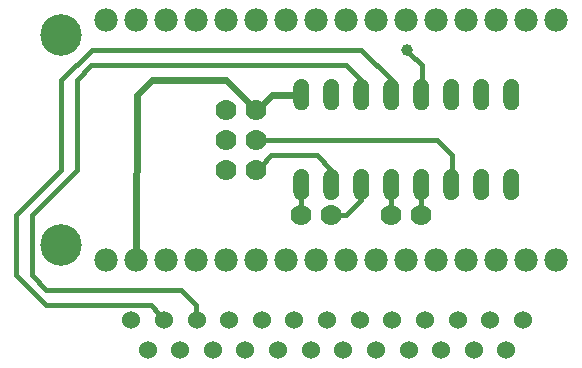
<source format=gtl>
G04 MADE WITH FRITZING*
G04 WWW.FRITZING.ORG*
G04 DOUBLE SIDED*
G04 HOLES PLATED*
G04 CONTOUR ON CENTER OF CONTOUR VECTOR*
%ASAXBY*%
%FSLAX23Y23*%
%MOIN*%
%OFA0B0*%
%SFA1.0B1.0*%
%ADD10C,0.070000*%
%ADD11C,0.052000*%
%ADD12C,0.078000*%
%ADD13C,0.060000*%
%ADD14C,0.039370*%
%ADD15C,0.138425*%
%ADD16C,0.066000*%
%ADD17C,0.016000*%
%ADD18C,0.024000*%
%ADD19R,0.001000X0.001000*%
%LNCOPPER1*%
G90*
G70*
G54D10*
X851Y987D03*
X751Y987D03*
X851Y1088D03*
X751Y1088D03*
X851Y1188D03*
X751Y1188D03*
X1101Y837D03*
X1001Y837D03*
X1401Y837D03*
X1301Y837D03*
G54D11*
X1001Y937D03*
X1101Y937D03*
X1201Y937D03*
X1301Y937D03*
X1401Y937D03*
X1501Y937D03*
X1601Y937D03*
X1701Y937D03*
X1701Y1238D03*
X1601Y1238D03*
X1501Y1238D03*
X1401Y1238D03*
X1301Y1238D03*
X1201Y1238D03*
X1101Y1238D03*
X1001Y1238D03*
X1001Y937D03*
X1101Y937D03*
X1201Y937D03*
X1301Y937D03*
X1401Y937D03*
X1501Y937D03*
X1601Y937D03*
X1701Y937D03*
X1701Y1238D03*
X1601Y1238D03*
X1501Y1238D03*
X1401Y1238D03*
X1301Y1238D03*
X1201Y1238D03*
X1101Y1238D03*
X1001Y1238D03*
G54D12*
X351Y1488D03*
X451Y1488D03*
X551Y1488D03*
X651Y1488D03*
X751Y1488D03*
X851Y1488D03*
X951Y1488D03*
X1051Y1488D03*
X1151Y1488D03*
X1251Y1488D03*
X1351Y1488D03*
X1451Y1488D03*
X1551Y1488D03*
X1651Y1488D03*
X1751Y1488D03*
X1851Y1488D03*
X351Y687D03*
X451Y687D03*
X551Y687D03*
X651Y687D03*
X751Y687D03*
X851Y687D03*
X951Y687D03*
X1051Y687D03*
X1151Y687D03*
X1251Y687D03*
X1351Y687D03*
X1451Y687D03*
X1551Y687D03*
X1651Y687D03*
X1751Y687D03*
X1851Y687D03*
G54D13*
X1739Y487D03*
X1630Y487D03*
X1522Y487D03*
X1413Y487D03*
X1304Y487D03*
X1196Y487D03*
X1087Y487D03*
X978Y487D03*
X870Y487D03*
X761Y487D03*
X652Y487D03*
X544Y487D03*
X435Y487D03*
X1685Y387D03*
X1576Y387D03*
X1467Y387D03*
X1359Y387D03*
X1250Y387D03*
X1141Y387D03*
X1033Y387D03*
X924Y387D03*
X815Y387D03*
X707Y387D03*
X598Y387D03*
X489Y387D03*
X1739Y487D03*
X1630Y487D03*
X1522Y487D03*
X1413Y487D03*
X1304Y487D03*
X1196Y487D03*
X1087Y487D03*
X978Y487D03*
X870Y487D03*
X761Y487D03*
X652Y487D03*
X544Y487D03*
X435Y487D03*
X1685Y387D03*
X1576Y387D03*
X1467Y387D03*
X1359Y387D03*
X1250Y387D03*
X1141Y387D03*
X1033Y387D03*
X924Y387D03*
X815Y387D03*
X707Y387D03*
X598Y387D03*
X489Y387D03*
G54D14*
X1352Y1387D03*
G54D15*
X201Y737D03*
G54D16*
X1851Y687D03*
X1751Y687D03*
X1651Y687D03*
X1551Y687D03*
X1451Y687D03*
X1351Y687D03*
G54D15*
X201Y1438D03*
G54D16*
X751Y687D03*
X651Y687D03*
X451Y687D03*
X351Y687D03*
X751Y1488D03*
X851Y1488D03*
X951Y1488D03*
X1051Y1488D03*
X1151Y1488D03*
X1251Y1488D03*
X1351Y1488D03*
X1451Y1488D03*
X1551Y1488D03*
X1651Y1488D03*
X1751Y1488D03*
X1851Y1488D03*
G54D17*
X1151Y838D02*
X1122Y838D01*
D02*
X1401Y858D02*
X1401Y916D01*
D02*
X1301Y916D02*
X1301Y858D01*
D02*
X1201Y916D02*
X1200Y888D01*
D02*
X1200Y888D02*
X1151Y838D01*
D02*
X901Y1039D02*
X866Y1002D01*
D02*
X1101Y987D02*
X1052Y1039D01*
D02*
X1101Y959D02*
X1101Y987D01*
D02*
X1052Y1039D02*
X901Y1039D01*
D02*
X1452Y1088D02*
X1502Y1039D01*
D02*
X1502Y1039D02*
X1502Y959D01*
D02*
X872Y1088D02*
X1452Y1088D01*
D02*
X1001Y858D02*
X1001Y916D01*
G54D18*
D02*
X866Y1202D02*
X902Y1237D01*
D02*
X952Y1237D02*
X980Y1237D01*
D02*
X902Y1237D02*
X952Y1237D01*
D02*
X751Y1288D02*
X833Y1206D01*
D02*
X502Y1288D02*
X751Y1288D01*
D02*
X452Y1238D02*
X502Y1288D01*
D02*
X451Y718D02*
X452Y1238D01*
G54D17*
D02*
X651Y537D02*
X651Y513D01*
D02*
X601Y588D02*
X651Y537D01*
D02*
X151Y588D02*
X601Y588D01*
D02*
X102Y637D02*
X151Y588D01*
D02*
X252Y987D02*
X102Y837D01*
D02*
X102Y837D02*
X102Y637D01*
D02*
X252Y1287D02*
X252Y987D01*
D02*
X1201Y1288D02*
X1151Y1337D01*
D02*
X1151Y1337D02*
X301Y1337D01*
D02*
X301Y1337D02*
X252Y1287D01*
D02*
X1201Y1259D02*
X1201Y1288D01*
D02*
X501Y537D02*
X151Y537D01*
D02*
X201Y987D02*
X201Y1288D01*
D02*
X51Y837D02*
X201Y987D01*
D02*
X151Y537D02*
X51Y637D01*
D02*
X51Y637D02*
X51Y837D01*
D02*
X527Y507D02*
X501Y537D01*
D02*
X1201Y1387D02*
X1302Y1287D01*
D02*
X1302Y1287D02*
X1301Y1259D01*
D02*
X302Y1388D02*
X1201Y1387D01*
D02*
X201Y1288D02*
X302Y1388D01*
D02*
X1361Y1378D02*
X1402Y1337D01*
D02*
X1402Y1337D02*
X1402Y1259D01*
G54D19*
X998Y1290D02*
X1004Y1290D01*
X1098Y1290D02*
X1104Y1290D01*
X1198Y1290D02*
X1204Y1290D01*
X1298Y1290D02*
X1304Y1290D01*
X1398Y1290D02*
X1404Y1290D01*
X1498Y1290D02*
X1504Y1290D01*
X1598Y1290D02*
X1604Y1290D01*
X1698Y1290D02*
X1704Y1290D01*
X993Y1289D02*
X1008Y1289D01*
X1093Y1289D02*
X1108Y1289D01*
X1193Y1289D02*
X1208Y1289D01*
X1293Y1289D02*
X1308Y1289D01*
X1393Y1289D02*
X1408Y1289D01*
X1493Y1289D02*
X1508Y1289D01*
X1593Y1289D02*
X1608Y1289D01*
X1693Y1289D02*
X1708Y1289D01*
X991Y1288D02*
X1011Y1288D01*
X1091Y1288D02*
X1111Y1288D01*
X1191Y1288D02*
X1211Y1288D01*
X1291Y1288D02*
X1311Y1288D01*
X1391Y1288D02*
X1411Y1288D01*
X1491Y1288D02*
X1511Y1288D01*
X1591Y1288D02*
X1611Y1288D01*
X1691Y1288D02*
X1711Y1288D01*
X989Y1287D02*
X1013Y1287D01*
X1089Y1287D02*
X1113Y1287D01*
X1189Y1287D02*
X1213Y1287D01*
X1289Y1287D02*
X1313Y1287D01*
X1389Y1287D02*
X1413Y1287D01*
X1489Y1287D02*
X1513Y1287D01*
X1589Y1287D02*
X1613Y1287D01*
X1689Y1287D02*
X1713Y1287D01*
X987Y1286D02*
X1015Y1286D01*
X1087Y1286D02*
X1115Y1286D01*
X1187Y1286D02*
X1215Y1286D01*
X1287Y1286D02*
X1315Y1286D01*
X1387Y1286D02*
X1415Y1286D01*
X1487Y1286D02*
X1515Y1286D01*
X1587Y1286D02*
X1615Y1286D01*
X1687Y1286D02*
X1715Y1286D01*
X986Y1285D02*
X1016Y1285D01*
X1086Y1285D02*
X1116Y1285D01*
X1186Y1285D02*
X1216Y1285D01*
X1286Y1285D02*
X1316Y1285D01*
X1386Y1285D02*
X1416Y1285D01*
X1486Y1285D02*
X1516Y1285D01*
X1586Y1285D02*
X1616Y1285D01*
X1686Y1285D02*
X1716Y1285D01*
X985Y1284D02*
X1017Y1284D01*
X1085Y1284D02*
X1117Y1284D01*
X1185Y1284D02*
X1217Y1284D01*
X1285Y1284D02*
X1317Y1284D01*
X1385Y1284D02*
X1417Y1284D01*
X1485Y1284D02*
X1517Y1284D01*
X1585Y1284D02*
X1617Y1284D01*
X1685Y1284D02*
X1717Y1284D01*
X983Y1283D02*
X1018Y1283D01*
X1083Y1283D02*
X1118Y1283D01*
X1183Y1283D02*
X1218Y1283D01*
X1283Y1283D02*
X1318Y1283D01*
X1383Y1283D02*
X1418Y1283D01*
X1483Y1283D02*
X1518Y1283D01*
X1583Y1283D02*
X1618Y1283D01*
X1683Y1283D02*
X1718Y1283D01*
X982Y1282D02*
X1019Y1282D01*
X1082Y1282D02*
X1119Y1282D01*
X1182Y1282D02*
X1219Y1282D01*
X1282Y1282D02*
X1319Y1282D01*
X1382Y1282D02*
X1419Y1282D01*
X1482Y1282D02*
X1519Y1282D01*
X1582Y1282D02*
X1619Y1282D01*
X1682Y1282D02*
X1719Y1282D01*
X982Y1281D02*
X1020Y1281D01*
X1082Y1281D02*
X1120Y1281D01*
X1182Y1281D02*
X1220Y1281D01*
X1282Y1281D02*
X1320Y1281D01*
X1382Y1281D02*
X1420Y1281D01*
X1482Y1281D02*
X1520Y1281D01*
X1582Y1281D02*
X1620Y1281D01*
X1682Y1281D02*
X1720Y1281D01*
X981Y1280D02*
X1021Y1280D01*
X1081Y1280D02*
X1121Y1280D01*
X1181Y1280D02*
X1221Y1280D01*
X1281Y1280D02*
X1321Y1280D01*
X1381Y1280D02*
X1421Y1280D01*
X1481Y1280D02*
X1521Y1280D01*
X1581Y1280D02*
X1621Y1280D01*
X1681Y1280D02*
X1721Y1280D01*
X980Y1279D02*
X1022Y1279D01*
X1080Y1279D02*
X1122Y1279D01*
X1180Y1279D02*
X1222Y1279D01*
X1280Y1279D02*
X1322Y1279D01*
X1380Y1279D02*
X1422Y1279D01*
X1480Y1279D02*
X1522Y1279D01*
X1580Y1279D02*
X1622Y1279D01*
X1680Y1279D02*
X1722Y1279D01*
X979Y1278D02*
X1022Y1278D01*
X1079Y1278D02*
X1122Y1278D01*
X1179Y1278D02*
X1222Y1278D01*
X1279Y1278D02*
X1322Y1278D01*
X1379Y1278D02*
X1422Y1278D01*
X1479Y1278D02*
X1522Y1278D01*
X1579Y1278D02*
X1622Y1278D01*
X1679Y1278D02*
X1722Y1278D01*
X979Y1277D02*
X1023Y1277D01*
X1079Y1277D02*
X1123Y1277D01*
X1179Y1277D02*
X1223Y1277D01*
X1279Y1277D02*
X1323Y1277D01*
X1379Y1277D02*
X1423Y1277D01*
X1479Y1277D02*
X1523Y1277D01*
X1579Y1277D02*
X1623Y1277D01*
X1679Y1277D02*
X1723Y1277D01*
X978Y1276D02*
X1023Y1276D01*
X1078Y1276D02*
X1123Y1276D01*
X1178Y1276D02*
X1223Y1276D01*
X1278Y1276D02*
X1323Y1276D01*
X1378Y1276D02*
X1423Y1276D01*
X1478Y1276D02*
X1523Y1276D01*
X1578Y1276D02*
X1623Y1276D01*
X1678Y1276D02*
X1723Y1276D01*
X978Y1275D02*
X1024Y1275D01*
X1078Y1275D02*
X1124Y1275D01*
X1178Y1275D02*
X1224Y1275D01*
X1278Y1275D02*
X1324Y1275D01*
X1378Y1275D02*
X1424Y1275D01*
X1478Y1275D02*
X1524Y1275D01*
X1578Y1275D02*
X1624Y1275D01*
X1678Y1275D02*
X1724Y1275D01*
X977Y1274D02*
X1025Y1274D01*
X1077Y1274D02*
X1124Y1274D01*
X1177Y1274D02*
X1224Y1274D01*
X1277Y1274D02*
X1324Y1274D01*
X1377Y1274D02*
X1424Y1274D01*
X1477Y1274D02*
X1524Y1274D01*
X1577Y1274D02*
X1624Y1274D01*
X1677Y1274D02*
X1724Y1274D01*
X977Y1273D02*
X1025Y1273D01*
X1077Y1273D02*
X1125Y1273D01*
X1177Y1273D02*
X1225Y1273D01*
X1277Y1273D02*
X1325Y1273D01*
X1377Y1273D02*
X1425Y1273D01*
X1477Y1273D02*
X1525Y1273D01*
X1577Y1273D02*
X1625Y1273D01*
X1677Y1273D02*
X1725Y1273D01*
X977Y1272D02*
X1025Y1272D01*
X1077Y1272D02*
X1125Y1272D01*
X1177Y1272D02*
X1225Y1272D01*
X1277Y1272D02*
X1325Y1272D01*
X1377Y1272D02*
X1425Y1272D01*
X1477Y1272D02*
X1525Y1272D01*
X1577Y1272D02*
X1625Y1272D01*
X1677Y1272D02*
X1725Y1272D01*
X976Y1271D02*
X1025Y1271D01*
X1076Y1271D02*
X1125Y1271D01*
X1176Y1271D02*
X1225Y1271D01*
X1276Y1271D02*
X1325Y1271D01*
X1376Y1271D02*
X1425Y1271D01*
X1476Y1271D02*
X1525Y1271D01*
X1576Y1271D02*
X1625Y1271D01*
X1676Y1271D02*
X1725Y1271D01*
X976Y1270D02*
X1026Y1270D01*
X1076Y1270D02*
X1126Y1270D01*
X1176Y1270D02*
X1226Y1270D01*
X1276Y1270D02*
X1326Y1270D01*
X1376Y1270D02*
X1426Y1270D01*
X1476Y1270D02*
X1526Y1270D01*
X1576Y1270D02*
X1626Y1270D01*
X1676Y1270D02*
X1726Y1270D01*
X976Y1269D02*
X1026Y1269D01*
X1076Y1269D02*
X1126Y1269D01*
X1176Y1269D02*
X1226Y1269D01*
X1276Y1269D02*
X1326Y1269D01*
X1376Y1269D02*
X1426Y1269D01*
X1476Y1269D02*
X1526Y1269D01*
X1576Y1269D02*
X1626Y1269D01*
X1676Y1269D02*
X1726Y1269D01*
X976Y1268D02*
X1026Y1268D01*
X1076Y1268D02*
X1126Y1268D01*
X1176Y1268D02*
X1226Y1268D01*
X1276Y1268D02*
X1326Y1268D01*
X1376Y1268D02*
X1426Y1268D01*
X1476Y1268D02*
X1526Y1268D01*
X1576Y1268D02*
X1626Y1268D01*
X1676Y1268D02*
X1726Y1268D01*
X976Y1267D02*
X1026Y1267D01*
X1076Y1267D02*
X1126Y1267D01*
X1176Y1267D02*
X1226Y1267D01*
X1276Y1267D02*
X1326Y1267D01*
X1376Y1267D02*
X1426Y1267D01*
X1476Y1267D02*
X1526Y1267D01*
X1576Y1267D02*
X1626Y1267D01*
X1676Y1267D02*
X1726Y1267D01*
X975Y1266D02*
X1026Y1266D01*
X1075Y1266D02*
X1126Y1266D01*
X1175Y1266D02*
X1226Y1266D01*
X1275Y1266D02*
X1326Y1266D01*
X1375Y1266D02*
X1426Y1266D01*
X1475Y1266D02*
X1526Y1266D01*
X1575Y1266D02*
X1626Y1266D01*
X1675Y1266D02*
X1726Y1266D01*
X975Y1265D02*
X1026Y1265D01*
X1075Y1265D02*
X1126Y1265D01*
X1175Y1265D02*
X1226Y1265D01*
X1275Y1265D02*
X1326Y1265D01*
X1375Y1265D02*
X1426Y1265D01*
X1475Y1265D02*
X1526Y1265D01*
X1575Y1265D02*
X1626Y1265D01*
X1675Y1265D02*
X1726Y1265D01*
X975Y1264D02*
X1026Y1264D01*
X1075Y1264D02*
X1126Y1264D01*
X1175Y1264D02*
X1226Y1264D01*
X1275Y1264D02*
X1326Y1264D01*
X1375Y1264D02*
X1426Y1264D01*
X1475Y1264D02*
X1526Y1264D01*
X1575Y1264D02*
X1626Y1264D01*
X1675Y1264D02*
X1726Y1264D01*
X975Y1263D02*
X1026Y1263D01*
X1075Y1263D02*
X1126Y1263D01*
X1175Y1263D02*
X1226Y1263D01*
X1275Y1263D02*
X1326Y1263D01*
X1375Y1263D02*
X1426Y1263D01*
X1475Y1263D02*
X1526Y1263D01*
X1575Y1263D02*
X1626Y1263D01*
X1675Y1263D02*
X1726Y1263D01*
X975Y1262D02*
X1026Y1262D01*
X1075Y1262D02*
X1126Y1262D01*
X1175Y1262D02*
X1226Y1262D01*
X1275Y1262D02*
X1326Y1262D01*
X1375Y1262D02*
X1426Y1262D01*
X1475Y1262D02*
X1526Y1262D01*
X1575Y1262D02*
X1626Y1262D01*
X1675Y1262D02*
X1726Y1262D01*
X975Y1261D02*
X1026Y1261D01*
X1075Y1261D02*
X1126Y1261D01*
X1175Y1261D02*
X1226Y1261D01*
X1275Y1261D02*
X1326Y1261D01*
X1375Y1261D02*
X1426Y1261D01*
X1475Y1261D02*
X1526Y1261D01*
X1575Y1261D02*
X1626Y1261D01*
X1675Y1261D02*
X1726Y1261D01*
X975Y1260D02*
X1026Y1260D01*
X1075Y1260D02*
X1126Y1260D01*
X1175Y1260D02*
X1226Y1260D01*
X1275Y1260D02*
X1326Y1260D01*
X1375Y1260D02*
X1426Y1260D01*
X1475Y1260D02*
X1526Y1260D01*
X1575Y1260D02*
X1626Y1260D01*
X1675Y1260D02*
X1726Y1260D01*
X975Y1259D02*
X1026Y1259D01*
X1075Y1259D02*
X1126Y1259D01*
X1175Y1259D02*
X1226Y1259D01*
X1275Y1259D02*
X1326Y1259D01*
X1375Y1259D02*
X1426Y1259D01*
X1475Y1259D02*
X1526Y1259D01*
X1575Y1259D02*
X1626Y1259D01*
X1675Y1259D02*
X1726Y1259D01*
X975Y1258D02*
X1026Y1258D01*
X1075Y1258D02*
X1126Y1258D01*
X1175Y1258D02*
X1226Y1258D01*
X1275Y1258D02*
X1326Y1258D01*
X1375Y1258D02*
X1426Y1258D01*
X1475Y1258D02*
X1526Y1258D01*
X1575Y1258D02*
X1626Y1258D01*
X1675Y1258D02*
X1726Y1258D01*
X975Y1257D02*
X1026Y1257D01*
X1075Y1257D02*
X1126Y1257D01*
X1175Y1257D02*
X1226Y1257D01*
X1275Y1257D02*
X1326Y1257D01*
X1375Y1257D02*
X1426Y1257D01*
X1475Y1257D02*
X1526Y1257D01*
X1575Y1257D02*
X1626Y1257D01*
X1675Y1257D02*
X1726Y1257D01*
X975Y1256D02*
X1026Y1256D01*
X1075Y1256D02*
X1126Y1256D01*
X1175Y1256D02*
X1226Y1256D01*
X1275Y1256D02*
X1326Y1256D01*
X1375Y1256D02*
X1426Y1256D01*
X1475Y1256D02*
X1526Y1256D01*
X1575Y1256D02*
X1626Y1256D01*
X1675Y1256D02*
X1726Y1256D01*
X975Y1255D02*
X1026Y1255D01*
X1075Y1255D02*
X1126Y1255D01*
X1175Y1255D02*
X1226Y1255D01*
X1275Y1255D02*
X1326Y1255D01*
X1375Y1255D02*
X1426Y1255D01*
X1475Y1255D02*
X1526Y1255D01*
X1575Y1255D02*
X1626Y1255D01*
X1675Y1255D02*
X1726Y1255D01*
X975Y1254D02*
X997Y1254D01*
X1004Y1254D02*
X1026Y1254D01*
X1075Y1254D02*
X1097Y1254D01*
X1104Y1254D02*
X1126Y1254D01*
X1175Y1254D02*
X1197Y1254D01*
X1204Y1254D02*
X1226Y1254D01*
X1275Y1254D02*
X1297Y1254D01*
X1304Y1254D02*
X1326Y1254D01*
X1375Y1254D02*
X1397Y1254D01*
X1404Y1254D02*
X1426Y1254D01*
X1475Y1254D02*
X1497Y1254D01*
X1504Y1254D02*
X1526Y1254D01*
X1575Y1254D02*
X1597Y1254D01*
X1604Y1254D02*
X1626Y1254D01*
X1675Y1254D02*
X1697Y1254D01*
X1704Y1254D02*
X1726Y1254D01*
X975Y1253D02*
X994Y1253D01*
X1008Y1253D02*
X1026Y1253D01*
X1075Y1253D02*
X1094Y1253D01*
X1108Y1253D02*
X1126Y1253D01*
X1175Y1253D02*
X1194Y1253D01*
X1208Y1253D02*
X1226Y1253D01*
X1275Y1253D02*
X1294Y1253D01*
X1308Y1253D02*
X1326Y1253D01*
X1375Y1253D02*
X1394Y1253D01*
X1408Y1253D02*
X1426Y1253D01*
X1475Y1253D02*
X1494Y1253D01*
X1508Y1253D02*
X1526Y1253D01*
X1575Y1253D02*
X1594Y1253D01*
X1608Y1253D02*
X1626Y1253D01*
X1675Y1253D02*
X1694Y1253D01*
X1708Y1253D02*
X1726Y1253D01*
X975Y1252D02*
X992Y1252D01*
X1010Y1252D02*
X1026Y1252D01*
X1075Y1252D02*
X1092Y1252D01*
X1110Y1252D02*
X1126Y1252D01*
X1175Y1252D02*
X1192Y1252D01*
X1210Y1252D02*
X1226Y1252D01*
X1275Y1252D02*
X1292Y1252D01*
X1310Y1252D02*
X1326Y1252D01*
X1375Y1252D02*
X1392Y1252D01*
X1410Y1252D02*
X1426Y1252D01*
X1475Y1252D02*
X1492Y1252D01*
X1510Y1252D02*
X1526Y1252D01*
X1575Y1252D02*
X1592Y1252D01*
X1610Y1252D02*
X1626Y1252D01*
X1675Y1252D02*
X1692Y1252D01*
X1710Y1252D02*
X1726Y1252D01*
X975Y1251D02*
X991Y1251D01*
X1011Y1251D02*
X1026Y1251D01*
X1075Y1251D02*
X1091Y1251D01*
X1111Y1251D02*
X1126Y1251D01*
X1175Y1251D02*
X1191Y1251D01*
X1211Y1251D02*
X1226Y1251D01*
X1275Y1251D02*
X1291Y1251D01*
X1311Y1251D02*
X1326Y1251D01*
X1375Y1251D02*
X1391Y1251D01*
X1411Y1251D02*
X1426Y1251D01*
X1475Y1251D02*
X1491Y1251D01*
X1511Y1251D02*
X1526Y1251D01*
X1575Y1251D02*
X1591Y1251D01*
X1611Y1251D02*
X1626Y1251D01*
X1675Y1251D02*
X1691Y1251D01*
X1711Y1251D02*
X1726Y1251D01*
X975Y1250D02*
X990Y1250D01*
X1012Y1250D02*
X1026Y1250D01*
X1075Y1250D02*
X1090Y1250D01*
X1112Y1250D02*
X1126Y1250D01*
X1175Y1250D02*
X1190Y1250D01*
X1212Y1250D02*
X1226Y1250D01*
X1275Y1250D02*
X1290Y1250D01*
X1312Y1250D02*
X1326Y1250D01*
X1375Y1250D02*
X1390Y1250D01*
X1412Y1250D02*
X1426Y1250D01*
X1475Y1250D02*
X1490Y1250D01*
X1512Y1250D02*
X1526Y1250D01*
X1575Y1250D02*
X1590Y1250D01*
X1612Y1250D02*
X1626Y1250D01*
X1675Y1250D02*
X1690Y1250D01*
X1712Y1250D02*
X1726Y1250D01*
X975Y1249D02*
X989Y1249D01*
X1013Y1249D02*
X1026Y1249D01*
X1075Y1249D02*
X1089Y1249D01*
X1113Y1249D02*
X1126Y1249D01*
X1175Y1249D02*
X1189Y1249D01*
X1213Y1249D02*
X1226Y1249D01*
X1275Y1249D02*
X1289Y1249D01*
X1313Y1249D02*
X1326Y1249D01*
X1375Y1249D02*
X1389Y1249D01*
X1413Y1249D02*
X1426Y1249D01*
X1475Y1249D02*
X1489Y1249D01*
X1513Y1249D02*
X1526Y1249D01*
X1575Y1249D02*
X1589Y1249D01*
X1613Y1249D02*
X1626Y1249D01*
X1675Y1249D02*
X1689Y1249D01*
X1713Y1249D02*
X1726Y1249D01*
X975Y1248D02*
X988Y1248D01*
X1014Y1248D02*
X1026Y1248D01*
X1075Y1248D02*
X1088Y1248D01*
X1114Y1248D02*
X1126Y1248D01*
X1175Y1248D02*
X1188Y1248D01*
X1214Y1248D02*
X1226Y1248D01*
X1275Y1248D02*
X1288Y1248D01*
X1314Y1248D02*
X1326Y1248D01*
X1375Y1248D02*
X1388Y1248D01*
X1414Y1248D02*
X1426Y1248D01*
X1475Y1248D02*
X1488Y1248D01*
X1514Y1248D02*
X1526Y1248D01*
X1575Y1248D02*
X1588Y1248D01*
X1614Y1248D02*
X1626Y1248D01*
X1675Y1248D02*
X1688Y1248D01*
X1714Y1248D02*
X1726Y1248D01*
X975Y1247D02*
X987Y1247D01*
X1015Y1247D02*
X1026Y1247D01*
X1075Y1247D02*
X1087Y1247D01*
X1115Y1247D02*
X1126Y1247D01*
X1175Y1247D02*
X1187Y1247D01*
X1215Y1247D02*
X1226Y1247D01*
X1275Y1247D02*
X1287Y1247D01*
X1315Y1247D02*
X1326Y1247D01*
X1375Y1247D02*
X1387Y1247D01*
X1415Y1247D02*
X1426Y1247D01*
X1475Y1247D02*
X1487Y1247D01*
X1515Y1247D02*
X1526Y1247D01*
X1575Y1247D02*
X1587Y1247D01*
X1615Y1247D02*
X1626Y1247D01*
X1675Y1247D02*
X1687Y1247D01*
X1715Y1247D02*
X1726Y1247D01*
X975Y1246D02*
X986Y1246D01*
X1015Y1246D02*
X1026Y1246D01*
X1075Y1246D02*
X1086Y1246D01*
X1115Y1246D02*
X1126Y1246D01*
X1175Y1246D02*
X1186Y1246D01*
X1215Y1246D02*
X1226Y1246D01*
X1275Y1246D02*
X1286Y1246D01*
X1315Y1246D02*
X1326Y1246D01*
X1375Y1246D02*
X1386Y1246D01*
X1415Y1246D02*
X1426Y1246D01*
X1475Y1246D02*
X1486Y1246D01*
X1515Y1246D02*
X1526Y1246D01*
X1575Y1246D02*
X1586Y1246D01*
X1615Y1246D02*
X1626Y1246D01*
X1675Y1246D02*
X1686Y1246D01*
X1715Y1246D02*
X1726Y1246D01*
X975Y1245D02*
X986Y1245D01*
X1016Y1245D02*
X1026Y1245D01*
X1075Y1245D02*
X1086Y1245D01*
X1116Y1245D02*
X1126Y1245D01*
X1175Y1245D02*
X1186Y1245D01*
X1216Y1245D02*
X1226Y1245D01*
X1275Y1245D02*
X1286Y1245D01*
X1316Y1245D02*
X1326Y1245D01*
X1375Y1245D02*
X1386Y1245D01*
X1416Y1245D02*
X1426Y1245D01*
X1475Y1245D02*
X1486Y1245D01*
X1516Y1245D02*
X1526Y1245D01*
X1575Y1245D02*
X1586Y1245D01*
X1616Y1245D02*
X1626Y1245D01*
X1675Y1245D02*
X1686Y1245D01*
X1716Y1245D02*
X1726Y1245D01*
X975Y1244D02*
X985Y1244D01*
X1016Y1244D02*
X1026Y1244D01*
X1075Y1244D02*
X1085Y1244D01*
X1116Y1244D02*
X1126Y1244D01*
X1175Y1244D02*
X1185Y1244D01*
X1216Y1244D02*
X1226Y1244D01*
X1275Y1244D02*
X1285Y1244D01*
X1316Y1244D02*
X1326Y1244D01*
X1375Y1244D02*
X1385Y1244D01*
X1416Y1244D02*
X1426Y1244D01*
X1475Y1244D02*
X1485Y1244D01*
X1516Y1244D02*
X1526Y1244D01*
X1575Y1244D02*
X1585Y1244D01*
X1616Y1244D02*
X1626Y1244D01*
X1675Y1244D02*
X1685Y1244D01*
X1716Y1244D02*
X1726Y1244D01*
X975Y1243D02*
X985Y1243D01*
X1017Y1243D02*
X1026Y1243D01*
X1075Y1243D02*
X1085Y1243D01*
X1117Y1243D02*
X1126Y1243D01*
X1175Y1243D02*
X1185Y1243D01*
X1217Y1243D02*
X1226Y1243D01*
X1275Y1243D02*
X1285Y1243D01*
X1317Y1243D02*
X1326Y1243D01*
X1375Y1243D02*
X1385Y1243D01*
X1417Y1243D02*
X1426Y1243D01*
X1475Y1243D02*
X1485Y1243D01*
X1517Y1243D02*
X1526Y1243D01*
X1575Y1243D02*
X1585Y1243D01*
X1617Y1243D02*
X1626Y1243D01*
X1675Y1243D02*
X1685Y1243D01*
X1717Y1243D02*
X1726Y1243D01*
X975Y1242D02*
X985Y1242D01*
X1017Y1242D02*
X1026Y1242D01*
X1075Y1242D02*
X1085Y1242D01*
X1117Y1242D02*
X1126Y1242D01*
X1175Y1242D02*
X1185Y1242D01*
X1217Y1242D02*
X1226Y1242D01*
X1275Y1242D02*
X1285Y1242D01*
X1317Y1242D02*
X1326Y1242D01*
X1375Y1242D02*
X1385Y1242D01*
X1417Y1242D02*
X1426Y1242D01*
X1475Y1242D02*
X1485Y1242D01*
X1517Y1242D02*
X1526Y1242D01*
X1575Y1242D02*
X1585Y1242D01*
X1617Y1242D02*
X1626Y1242D01*
X1675Y1242D02*
X1685Y1242D01*
X1717Y1242D02*
X1726Y1242D01*
X975Y1241D02*
X985Y1241D01*
X1017Y1241D02*
X1026Y1241D01*
X1075Y1241D02*
X1085Y1241D01*
X1117Y1241D02*
X1126Y1241D01*
X1175Y1241D02*
X1185Y1241D01*
X1217Y1241D02*
X1226Y1241D01*
X1275Y1241D02*
X1285Y1241D01*
X1317Y1241D02*
X1326Y1241D01*
X1375Y1241D02*
X1385Y1241D01*
X1417Y1241D02*
X1426Y1241D01*
X1475Y1241D02*
X1485Y1241D01*
X1517Y1241D02*
X1526Y1241D01*
X1575Y1241D02*
X1585Y1241D01*
X1617Y1241D02*
X1626Y1241D01*
X1675Y1241D02*
X1685Y1241D01*
X1717Y1241D02*
X1726Y1241D01*
X975Y1240D02*
X985Y1240D01*
X1017Y1240D02*
X1026Y1240D01*
X1075Y1240D02*
X1085Y1240D01*
X1117Y1240D02*
X1126Y1240D01*
X1175Y1240D02*
X1185Y1240D01*
X1217Y1240D02*
X1226Y1240D01*
X1275Y1240D02*
X1285Y1240D01*
X1317Y1240D02*
X1326Y1240D01*
X1375Y1240D02*
X1385Y1240D01*
X1417Y1240D02*
X1426Y1240D01*
X1475Y1240D02*
X1485Y1240D01*
X1517Y1240D02*
X1526Y1240D01*
X1575Y1240D02*
X1585Y1240D01*
X1617Y1240D02*
X1626Y1240D01*
X1675Y1240D02*
X1685Y1240D01*
X1717Y1240D02*
X1726Y1240D01*
X975Y1239D02*
X984Y1239D01*
X1017Y1239D02*
X1026Y1239D01*
X1075Y1239D02*
X1084Y1239D01*
X1117Y1239D02*
X1126Y1239D01*
X1175Y1239D02*
X1184Y1239D01*
X1217Y1239D02*
X1226Y1239D01*
X1275Y1239D02*
X1284Y1239D01*
X1317Y1239D02*
X1326Y1239D01*
X1375Y1239D02*
X1384Y1239D01*
X1417Y1239D02*
X1426Y1239D01*
X1475Y1239D02*
X1484Y1239D01*
X1517Y1239D02*
X1526Y1239D01*
X1575Y1239D02*
X1584Y1239D01*
X1617Y1239D02*
X1626Y1239D01*
X1675Y1239D02*
X1684Y1239D01*
X1717Y1239D02*
X1726Y1239D01*
X975Y1238D02*
X984Y1238D01*
X1017Y1238D02*
X1026Y1238D01*
X1075Y1238D02*
X1084Y1238D01*
X1117Y1238D02*
X1126Y1238D01*
X1175Y1238D02*
X1184Y1238D01*
X1217Y1238D02*
X1226Y1238D01*
X1275Y1238D02*
X1284Y1238D01*
X1317Y1238D02*
X1326Y1238D01*
X1375Y1238D02*
X1384Y1238D01*
X1417Y1238D02*
X1426Y1238D01*
X1475Y1238D02*
X1484Y1238D01*
X1517Y1238D02*
X1526Y1238D01*
X1575Y1238D02*
X1584Y1238D01*
X1617Y1238D02*
X1626Y1238D01*
X1675Y1238D02*
X1684Y1238D01*
X1717Y1238D02*
X1726Y1238D01*
X975Y1237D02*
X985Y1237D01*
X1017Y1237D02*
X1026Y1237D01*
X1075Y1237D02*
X1085Y1237D01*
X1117Y1237D02*
X1126Y1237D01*
X1175Y1237D02*
X1185Y1237D01*
X1217Y1237D02*
X1226Y1237D01*
X1275Y1237D02*
X1285Y1237D01*
X1317Y1237D02*
X1326Y1237D01*
X1375Y1237D02*
X1385Y1237D01*
X1417Y1237D02*
X1426Y1237D01*
X1475Y1237D02*
X1484Y1237D01*
X1517Y1237D02*
X1526Y1237D01*
X1575Y1237D02*
X1584Y1237D01*
X1617Y1237D02*
X1626Y1237D01*
X1675Y1237D02*
X1684Y1237D01*
X1717Y1237D02*
X1726Y1237D01*
X975Y1236D02*
X985Y1236D01*
X1017Y1236D02*
X1026Y1236D01*
X1075Y1236D02*
X1085Y1236D01*
X1117Y1236D02*
X1126Y1236D01*
X1175Y1236D02*
X1185Y1236D01*
X1217Y1236D02*
X1226Y1236D01*
X1275Y1236D02*
X1285Y1236D01*
X1317Y1236D02*
X1326Y1236D01*
X1375Y1236D02*
X1385Y1236D01*
X1417Y1236D02*
X1426Y1236D01*
X1475Y1236D02*
X1485Y1236D01*
X1517Y1236D02*
X1526Y1236D01*
X1575Y1236D02*
X1585Y1236D01*
X1617Y1236D02*
X1626Y1236D01*
X1675Y1236D02*
X1685Y1236D01*
X1717Y1236D02*
X1726Y1236D01*
X975Y1235D02*
X985Y1235D01*
X1017Y1235D02*
X1026Y1235D01*
X1075Y1235D02*
X1085Y1235D01*
X1117Y1235D02*
X1126Y1235D01*
X1175Y1235D02*
X1185Y1235D01*
X1217Y1235D02*
X1226Y1235D01*
X1275Y1235D02*
X1285Y1235D01*
X1317Y1235D02*
X1326Y1235D01*
X1375Y1235D02*
X1385Y1235D01*
X1417Y1235D02*
X1426Y1235D01*
X1475Y1235D02*
X1485Y1235D01*
X1517Y1235D02*
X1526Y1235D01*
X1575Y1235D02*
X1585Y1235D01*
X1617Y1235D02*
X1626Y1235D01*
X1675Y1235D02*
X1685Y1235D01*
X1717Y1235D02*
X1726Y1235D01*
X975Y1234D02*
X985Y1234D01*
X1017Y1234D02*
X1026Y1234D01*
X1075Y1234D02*
X1085Y1234D01*
X1117Y1234D02*
X1126Y1234D01*
X1175Y1234D02*
X1185Y1234D01*
X1217Y1234D02*
X1226Y1234D01*
X1275Y1234D02*
X1285Y1234D01*
X1317Y1234D02*
X1326Y1234D01*
X1375Y1234D02*
X1385Y1234D01*
X1417Y1234D02*
X1426Y1234D01*
X1475Y1234D02*
X1485Y1234D01*
X1517Y1234D02*
X1526Y1234D01*
X1575Y1234D02*
X1585Y1234D01*
X1617Y1234D02*
X1626Y1234D01*
X1675Y1234D02*
X1685Y1234D01*
X1717Y1234D02*
X1726Y1234D01*
X975Y1233D02*
X985Y1233D01*
X1016Y1233D02*
X1026Y1233D01*
X1075Y1233D02*
X1085Y1233D01*
X1116Y1233D02*
X1126Y1233D01*
X1175Y1233D02*
X1185Y1233D01*
X1216Y1233D02*
X1226Y1233D01*
X1275Y1233D02*
X1285Y1233D01*
X1316Y1233D02*
X1326Y1233D01*
X1375Y1233D02*
X1385Y1233D01*
X1416Y1233D02*
X1426Y1233D01*
X1475Y1233D02*
X1485Y1233D01*
X1516Y1233D02*
X1526Y1233D01*
X1575Y1233D02*
X1585Y1233D01*
X1616Y1233D02*
X1626Y1233D01*
X1675Y1233D02*
X1685Y1233D01*
X1716Y1233D02*
X1726Y1233D01*
X975Y1232D02*
X986Y1232D01*
X1016Y1232D02*
X1026Y1232D01*
X1075Y1232D02*
X1086Y1232D01*
X1116Y1232D02*
X1126Y1232D01*
X1175Y1232D02*
X1186Y1232D01*
X1216Y1232D02*
X1226Y1232D01*
X1275Y1232D02*
X1286Y1232D01*
X1316Y1232D02*
X1326Y1232D01*
X1375Y1232D02*
X1386Y1232D01*
X1416Y1232D02*
X1426Y1232D01*
X1475Y1232D02*
X1486Y1232D01*
X1516Y1232D02*
X1526Y1232D01*
X1575Y1232D02*
X1586Y1232D01*
X1616Y1232D02*
X1626Y1232D01*
X1675Y1232D02*
X1686Y1232D01*
X1716Y1232D02*
X1726Y1232D01*
X975Y1231D02*
X986Y1231D01*
X1016Y1231D02*
X1026Y1231D01*
X1075Y1231D02*
X1086Y1231D01*
X1116Y1231D02*
X1126Y1231D01*
X1175Y1231D02*
X1186Y1231D01*
X1216Y1231D02*
X1226Y1231D01*
X1275Y1231D02*
X1286Y1231D01*
X1316Y1231D02*
X1326Y1231D01*
X1375Y1231D02*
X1386Y1231D01*
X1416Y1231D02*
X1426Y1231D01*
X1475Y1231D02*
X1486Y1231D01*
X1516Y1231D02*
X1526Y1231D01*
X1575Y1231D02*
X1586Y1231D01*
X1616Y1231D02*
X1626Y1231D01*
X1675Y1231D02*
X1686Y1231D01*
X1715Y1231D02*
X1726Y1231D01*
X975Y1230D02*
X987Y1230D01*
X1015Y1230D02*
X1026Y1230D01*
X1075Y1230D02*
X1087Y1230D01*
X1115Y1230D02*
X1126Y1230D01*
X1175Y1230D02*
X1187Y1230D01*
X1215Y1230D02*
X1226Y1230D01*
X1275Y1230D02*
X1287Y1230D01*
X1315Y1230D02*
X1326Y1230D01*
X1375Y1230D02*
X1387Y1230D01*
X1415Y1230D02*
X1426Y1230D01*
X1475Y1230D02*
X1487Y1230D01*
X1515Y1230D02*
X1526Y1230D01*
X1575Y1230D02*
X1587Y1230D01*
X1615Y1230D02*
X1626Y1230D01*
X1675Y1230D02*
X1687Y1230D01*
X1715Y1230D02*
X1726Y1230D01*
X975Y1229D02*
X987Y1229D01*
X1014Y1229D02*
X1026Y1229D01*
X1075Y1229D02*
X1087Y1229D01*
X1114Y1229D02*
X1126Y1229D01*
X1175Y1229D02*
X1187Y1229D01*
X1214Y1229D02*
X1226Y1229D01*
X1275Y1229D02*
X1287Y1229D01*
X1314Y1229D02*
X1326Y1229D01*
X1375Y1229D02*
X1387Y1229D01*
X1414Y1229D02*
X1426Y1229D01*
X1475Y1229D02*
X1487Y1229D01*
X1514Y1229D02*
X1526Y1229D01*
X1575Y1229D02*
X1587Y1229D01*
X1614Y1229D02*
X1626Y1229D01*
X1675Y1229D02*
X1687Y1229D01*
X1714Y1229D02*
X1726Y1229D01*
X975Y1228D02*
X988Y1228D01*
X1014Y1228D02*
X1026Y1228D01*
X1075Y1228D02*
X1088Y1228D01*
X1113Y1228D02*
X1126Y1228D01*
X1175Y1228D02*
X1188Y1228D01*
X1213Y1228D02*
X1226Y1228D01*
X1275Y1228D02*
X1288Y1228D01*
X1313Y1228D02*
X1326Y1228D01*
X1375Y1228D02*
X1388Y1228D01*
X1413Y1228D02*
X1426Y1228D01*
X1475Y1228D02*
X1488Y1228D01*
X1513Y1228D02*
X1526Y1228D01*
X1575Y1228D02*
X1588Y1228D01*
X1613Y1228D02*
X1626Y1228D01*
X1675Y1228D02*
X1688Y1228D01*
X1713Y1228D02*
X1726Y1228D01*
X975Y1227D02*
X989Y1227D01*
X1013Y1227D02*
X1026Y1227D01*
X1075Y1227D02*
X1089Y1227D01*
X1113Y1227D02*
X1126Y1227D01*
X1175Y1227D02*
X1189Y1227D01*
X1213Y1227D02*
X1226Y1227D01*
X1275Y1227D02*
X1289Y1227D01*
X1313Y1227D02*
X1326Y1227D01*
X1375Y1227D02*
X1389Y1227D01*
X1413Y1227D02*
X1426Y1227D01*
X1475Y1227D02*
X1489Y1227D01*
X1513Y1227D02*
X1526Y1227D01*
X1575Y1227D02*
X1589Y1227D01*
X1613Y1227D02*
X1626Y1227D01*
X1675Y1227D02*
X1689Y1227D01*
X1713Y1227D02*
X1726Y1227D01*
X975Y1226D02*
X990Y1226D01*
X1011Y1226D02*
X1026Y1226D01*
X1075Y1226D02*
X1090Y1226D01*
X1111Y1226D02*
X1126Y1226D01*
X1175Y1226D02*
X1190Y1226D01*
X1211Y1226D02*
X1226Y1226D01*
X1275Y1226D02*
X1290Y1226D01*
X1311Y1226D02*
X1326Y1226D01*
X1375Y1226D02*
X1390Y1226D01*
X1411Y1226D02*
X1426Y1226D01*
X1475Y1226D02*
X1490Y1226D01*
X1511Y1226D02*
X1526Y1226D01*
X1575Y1226D02*
X1590Y1226D01*
X1611Y1226D02*
X1626Y1226D01*
X1675Y1226D02*
X1690Y1226D01*
X1711Y1226D02*
X1726Y1226D01*
X975Y1225D02*
X992Y1225D01*
X1010Y1225D02*
X1026Y1225D01*
X1075Y1225D02*
X1092Y1225D01*
X1110Y1225D02*
X1126Y1225D01*
X1175Y1225D02*
X1192Y1225D01*
X1210Y1225D02*
X1226Y1225D01*
X1275Y1225D02*
X1292Y1225D01*
X1310Y1225D02*
X1326Y1225D01*
X1375Y1225D02*
X1392Y1225D01*
X1410Y1225D02*
X1426Y1225D01*
X1475Y1225D02*
X1492Y1225D01*
X1510Y1225D02*
X1526Y1225D01*
X1575Y1225D02*
X1592Y1225D01*
X1610Y1225D02*
X1626Y1225D01*
X1675Y1225D02*
X1692Y1225D01*
X1710Y1225D02*
X1726Y1225D01*
X975Y1224D02*
X993Y1224D01*
X1008Y1224D02*
X1026Y1224D01*
X1075Y1224D02*
X1093Y1224D01*
X1108Y1224D02*
X1126Y1224D01*
X1175Y1224D02*
X1193Y1224D01*
X1208Y1224D02*
X1226Y1224D01*
X1275Y1224D02*
X1293Y1224D01*
X1308Y1224D02*
X1326Y1224D01*
X1375Y1224D02*
X1393Y1224D01*
X1408Y1224D02*
X1426Y1224D01*
X1475Y1224D02*
X1493Y1224D01*
X1508Y1224D02*
X1526Y1224D01*
X1575Y1224D02*
X1593Y1224D01*
X1608Y1224D02*
X1626Y1224D01*
X1675Y1224D02*
X1693Y1224D01*
X1708Y1224D02*
X1726Y1224D01*
X975Y1223D02*
X996Y1223D01*
X1006Y1223D02*
X1026Y1223D01*
X1075Y1223D02*
X1096Y1223D01*
X1106Y1223D02*
X1126Y1223D01*
X1175Y1223D02*
X1196Y1223D01*
X1206Y1223D02*
X1226Y1223D01*
X1275Y1223D02*
X1296Y1223D01*
X1306Y1223D02*
X1326Y1223D01*
X1375Y1223D02*
X1396Y1223D01*
X1406Y1223D02*
X1426Y1223D01*
X1475Y1223D02*
X1496Y1223D01*
X1506Y1223D02*
X1526Y1223D01*
X1575Y1223D02*
X1596Y1223D01*
X1606Y1223D02*
X1626Y1223D01*
X1675Y1223D02*
X1696Y1223D01*
X1706Y1223D02*
X1726Y1223D01*
X975Y1222D02*
X1026Y1222D01*
X1075Y1222D02*
X1126Y1222D01*
X1175Y1222D02*
X1226Y1222D01*
X1275Y1222D02*
X1326Y1222D01*
X1375Y1222D02*
X1426Y1222D01*
X1475Y1222D02*
X1526Y1222D01*
X1575Y1222D02*
X1626Y1222D01*
X1675Y1222D02*
X1726Y1222D01*
X975Y1221D02*
X1026Y1221D01*
X1075Y1221D02*
X1126Y1221D01*
X1175Y1221D02*
X1226Y1221D01*
X1275Y1221D02*
X1326Y1221D01*
X1375Y1221D02*
X1426Y1221D01*
X1475Y1221D02*
X1526Y1221D01*
X1575Y1221D02*
X1626Y1221D01*
X1675Y1221D02*
X1726Y1221D01*
X975Y1220D02*
X1026Y1220D01*
X1075Y1220D02*
X1126Y1220D01*
X1175Y1220D02*
X1226Y1220D01*
X1275Y1220D02*
X1326Y1220D01*
X1375Y1220D02*
X1426Y1220D01*
X1475Y1220D02*
X1526Y1220D01*
X1575Y1220D02*
X1626Y1220D01*
X1675Y1220D02*
X1726Y1220D01*
X975Y1219D02*
X1026Y1219D01*
X1075Y1219D02*
X1126Y1219D01*
X1175Y1219D02*
X1226Y1219D01*
X1275Y1219D02*
X1326Y1219D01*
X1375Y1219D02*
X1426Y1219D01*
X1475Y1219D02*
X1526Y1219D01*
X1575Y1219D02*
X1626Y1219D01*
X1675Y1219D02*
X1726Y1219D01*
X975Y1218D02*
X1026Y1218D01*
X1075Y1218D02*
X1126Y1218D01*
X1175Y1218D02*
X1226Y1218D01*
X1275Y1218D02*
X1326Y1218D01*
X1375Y1218D02*
X1426Y1218D01*
X1475Y1218D02*
X1526Y1218D01*
X1575Y1218D02*
X1626Y1218D01*
X1675Y1218D02*
X1726Y1218D01*
X975Y1217D02*
X1026Y1217D01*
X1075Y1217D02*
X1126Y1217D01*
X1175Y1217D02*
X1226Y1217D01*
X1275Y1217D02*
X1326Y1217D01*
X1375Y1217D02*
X1426Y1217D01*
X1475Y1217D02*
X1526Y1217D01*
X1575Y1217D02*
X1626Y1217D01*
X1675Y1217D02*
X1726Y1217D01*
X975Y1216D02*
X1026Y1216D01*
X1075Y1216D02*
X1126Y1216D01*
X1175Y1216D02*
X1226Y1216D01*
X1275Y1216D02*
X1326Y1216D01*
X1375Y1216D02*
X1426Y1216D01*
X1475Y1216D02*
X1526Y1216D01*
X1575Y1216D02*
X1626Y1216D01*
X1675Y1216D02*
X1726Y1216D01*
X975Y1215D02*
X1026Y1215D01*
X1075Y1215D02*
X1126Y1215D01*
X1175Y1215D02*
X1226Y1215D01*
X1275Y1215D02*
X1326Y1215D01*
X1375Y1215D02*
X1426Y1215D01*
X1475Y1215D02*
X1526Y1215D01*
X1575Y1215D02*
X1626Y1215D01*
X1675Y1215D02*
X1726Y1215D01*
X975Y1214D02*
X1026Y1214D01*
X1075Y1214D02*
X1126Y1214D01*
X1175Y1214D02*
X1226Y1214D01*
X1275Y1214D02*
X1326Y1214D01*
X1375Y1214D02*
X1426Y1214D01*
X1475Y1214D02*
X1526Y1214D01*
X1575Y1214D02*
X1626Y1214D01*
X1675Y1214D02*
X1726Y1214D01*
X975Y1213D02*
X1026Y1213D01*
X1075Y1213D02*
X1126Y1213D01*
X1175Y1213D02*
X1226Y1213D01*
X1275Y1213D02*
X1326Y1213D01*
X1375Y1213D02*
X1426Y1213D01*
X1475Y1213D02*
X1526Y1213D01*
X1575Y1213D02*
X1626Y1213D01*
X1675Y1213D02*
X1726Y1213D01*
X975Y1212D02*
X1026Y1212D01*
X1075Y1212D02*
X1126Y1212D01*
X1175Y1212D02*
X1226Y1212D01*
X1275Y1212D02*
X1326Y1212D01*
X1375Y1212D02*
X1426Y1212D01*
X1475Y1212D02*
X1526Y1212D01*
X1575Y1212D02*
X1626Y1212D01*
X1675Y1212D02*
X1726Y1212D01*
X975Y1211D02*
X1026Y1211D01*
X1075Y1211D02*
X1126Y1211D01*
X1175Y1211D02*
X1226Y1211D01*
X1275Y1211D02*
X1326Y1211D01*
X1375Y1211D02*
X1426Y1211D01*
X1475Y1211D02*
X1526Y1211D01*
X1575Y1211D02*
X1626Y1211D01*
X1675Y1211D02*
X1726Y1211D01*
X975Y1210D02*
X1026Y1210D01*
X1075Y1210D02*
X1126Y1210D01*
X1175Y1210D02*
X1226Y1210D01*
X1275Y1210D02*
X1326Y1210D01*
X1375Y1210D02*
X1426Y1210D01*
X1475Y1210D02*
X1526Y1210D01*
X1575Y1210D02*
X1626Y1210D01*
X1675Y1210D02*
X1726Y1210D01*
X976Y1209D02*
X1026Y1209D01*
X1076Y1209D02*
X1126Y1209D01*
X1176Y1209D02*
X1226Y1209D01*
X1276Y1209D02*
X1326Y1209D01*
X1376Y1209D02*
X1426Y1209D01*
X1476Y1209D02*
X1526Y1209D01*
X1576Y1209D02*
X1626Y1209D01*
X1676Y1209D02*
X1726Y1209D01*
X976Y1208D02*
X1026Y1208D01*
X1076Y1208D02*
X1126Y1208D01*
X1176Y1208D02*
X1226Y1208D01*
X1276Y1208D02*
X1326Y1208D01*
X1376Y1208D02*
X1426Y1208D01*
X1476Y1208D02*
X1526Y1208D01*
X1576Y1208D02*
X1626Y1208D01*
X1676Y1208D02*
X1726Y1208D01*
X976Y1207D02*
X1026Y1207D01*
X1076Y1207D02*
X1126Y1207D01*
X1176Y1207D02*
X1226Y1207D01*
X1276Y1207D02*
X1326Y1207D01*
X1376Y1207D02*
X1426Y1207D01*
X1476Y1207D02*
X1526Y1207D01*
X1576Y1207D02*
X1626Y1207D01*
X1676Y1207D02*
X1726Y1207D01*
X976Y1206D02*
X1026Y1206D01*
X1076Y1206D02*
X1126Y1206D01*
X1176Y1206D02*
X1226Y1206D01*
X1276Y1206D02*
X1326Y1206D01*
X1376Y1206D02*
X1426Y1206D01*
X1476Y1206D02*
X1526Y1206D01*
X1576Y1206D02*
X1626Y1206D01*
X1676Y1206D02*
X1726Y1206D01*
X976Y1205D02*
X1025Y1205D01*
X1076Y1205D02*
X1125Y1205D01*
X1176Y1205D02*
X1225Y1205D01*
X1276Y1205D02*
X1325Y1205D01*
X1376Y1205D02*
X1425Y1205D01*
X1476Y1205D02*
X1525Y1205D01*
X1576Y1205D02*
X1625Y1205D01*
X1676Y1205D02*
X1725Y1205D01*
X977Y1204D02*
X1025Y1204D01*
X1077Y1204D02*
X1125Y1204D01*
X1177Y1204D02*
X1225Y1204D01*
X1277Y1204D02*
X1325Y1204D01*
X1377Y1204D02*
X1425Y1204D01*
X1477Y1204D02*
X1525Y1204D01*
X1577Y1204D02*
X1625Y1204D01*
X1677Y1204D02*
X1725Y1204D01*
X977Y1203D02*
X1025Y1203D01*
X1077Y1203D02*
X1125Y1203D01*
X1177Y1203D02*
X1225Y1203D01*
X1277Y1203D02*
X1325Y1203D01*
X1377Y1203D02*
X1425Y1203D01*
X1477Y1203D02*
X1525Y1203D01*
X1577Y1203D02*
X1625Y1203D01*
X1677Y1203D02*
X1725Y1203D01*
X978Y1202D02*
X1024Y1202D01*
X1078Y1202D02*
X1124Y1202D01*
X1178Y1202D02*
X1224Y1202D01*
X1278Y1202D02*
X1324Y1202D01*
X1378Y1202D02*
X1424Y1202D01*
X1478Y1202D02*
X1524Y1202D01*
X1578Y1202D02*
X1624Y1202D01*
X1678Y1202D02*
X1724Y1202D01*
X978Y1201D02*
X1024Y1201D01*
X1078Y1201D02*
X1124Y1201D01*
X1178Y1201D02*
X1224Y1201D01*
X1278Y1201D02*
X1324Y1201D01*
X1378Y1201D02*
X1424Y1201D01*
X1478Y1201D02*
X1524Y1201D01*
X1578Y1201D02*
X1624Y1201D01*
X1678Y1201D02*
X1724Y1201D01*
X979Y1200D02*
X1023Y1200D01*
X1079Y1200D02*
X1123Y1200D01*
X1179Y1200D02*
X1223Y1200D01*
X1279Y1200D02*
X1323Y1200D01*
X1379Y1200D02*
X1423Y1200D01*
X1479Y1200D02*
X1523Y1200D01*
X1579Y1200D02*
X1623Y1200D01*
X1679Y1200D02*
X1723Y1200D01*
X979Y1199D02*
X1023Y1199D01*
X1079Y1199D02*
X1123Y1199D01*
X1179Y1199D02*
X1223Y1199D01*
X1279Y1199D02*
X1323Y1199D01*
X1379Y1199D02*
X1423Y1199D01*
X1479Y1199D02*
X1523Y1199D01*
X1579Y1199D02*
X1623Y1199D01*
X1679Y1199D02*
X1723Y1199D01*
X980Y1198D02*
X1022Y1198D01*
X1080Y1198D02*
X1122Y1198D01*
X1180Y1198D02*
X1222Y1198D01*
X1280Y1198D02*
X1322Y1198D01*
X1380Y1198D02*
X1422Y1198D01*
X1480Y1198D02*
X1522Y1198D01*
X1580Y1198D02*
X1622Y1198D01*
X1680Y1198D02*
X1722Y1198D01*
X980Y1197D02*
X1021Y1197D01*
X1080Y1197D02*
X1121Y1197D01*
X1180Y1197D02*
X1221Y1197D01*
X1280Y1197D02*
X1321Y1197D01*
X1380Y1197D02*
X1421Y1197D01*
X1480Y1197D02*
X1521Y1197D01*
X1580Y1197D02*
X1621Y1197D01*
X1680Y1197D02*
X1721Y1197D01*
X981Y1196D02*
X1020Y1196D01*
X1081Y1196D02*
X1120Y1196D01*
X1181Y1196D02*
X1220Y1196D01*
X1281Y1196D02*
X1320Y1196D01*
X1381Y1196D02*
X1420Y1196D01*
X1481Y1196D02*
X1520Y1196D01*
X1581Y1196D02*
X1620Y1196D01*
X1681Y1196D02*
X1720Y1196D01*
X982Y1195D02*
X1020Y1195D01*
X1082Y1195D02*
X1120Y1195D01*
X1182Y1195D02*
X1220Y1195D01*
X1282Y1195D02*
X1320Y1195D01*
X1382Y1195D02*
X1420Y1195D01*
X1482Y1195D02*
X1520Y1195D01*
X1582Y1195D02*
X1620Y1195D01*
X1682Y1195D02*
X1720Y1195D01*
X983Y1194D02*
X1019Y1194D01*
X1083Y1194D02*
X1119Y1194D01*
X1183Y1194D02*
X1219Y1194D01*
X1283Y1194D02*
X1319Y1194D01*
X1383Y1194D02*
X1419Y1194D01*
X1483Y1194D02*
X1519Y1194D01*
X1583Y1194D02*
X1619Y1194D01*
X1683Y1194D02*
X1719Y1194D01*
X984Y1193D02*
X1018Y1193D01*
X1084Y1193D02*
X1118Y1193D01*
X1184Y1193D02*
X1218Y1193D01*
X1284Y1193D02*
X1318Y1193D01*
X1384Y1193D02*
X1418Y1193D01*
X1484Y1193D02*
X1518Y1193D01*
X1584Y1193D02*
X1618Y1193D01*
X1684Y1193D02*
X1718Y1193D01*
X985Y1192D02*
X1016Y1192D01*
X1085Y1192D02*
X1116Y1192D01*
X1185Y1192D02*
X1216Y1192D01*
X1285Y1192D02*
X1316Y1192D01*
X1385Y1192D02*
X1416Y1192D01*
X1485Y1192D02*
X1516Y1192D01*
X1585Y1192D02*
X1616Y1192D01*
X1685Y1192D02*
X1716Y1192D01*
X987Y1191D02*
X1015Y1191D01*
X1087Y1191D02*
X1115Y1191D01*
X1187Y1191D02*
X1215Y1191D01*
X1287Y1191D02*
X1315Y1191D01*
X1387Y1191D02*
X1415Y1191D01*
X1487Y1191D02*
X1515Y1191D01*
X1587Y1191D02*
X1615Y1191D01*
X1687Y1191D02*
X1715Y1191D01*
X988Y1190D02*
X1013Y1190D01*
X1088Y1190D02*
X1113Y1190D01*
X1188Y1190D02*
X1213Y1190D01*
X1288Y1190D02*
X1313Y1190D01*
X1388Y1190D02*
X1413Y1190D01*
X1488Y1190D02*
X1513Y1190D01*
X1588Y1190D02*
X1613Y1190D01*
X1688Y1190D02*
X1713Y1190D01*
X990Y1189D02*
X1012Y1189D01*
X1090Y1189D02*
X1112Y1189D01*
X1190Y1189D02*
X1212Y1189D01*
X1290Y1189D02*
X1312Y1189D01*
X1390Y1189D02*
X1412Y1189D01*
X1490Y1189D02*
X1512Y1189D01*
X1590Y1189D02*
X1612Y1189D01*
X1690Y1189D02*
X1712Y1189D01*
X992Y1188D02*
X1009Y1188D01*
X1092Y1188D02*
X1109Y1188D01*
X1192Y1188D02*
X1209Y1188D01*
X1292Y1188D02*
X1309Y1188D01*
X1392Y1188D02*
X1409Y1188D01*
X1492Y1188D02*
X1509Y1188D01*
X1592Y1188D02*
X1609Y1188D01*
X1692Y1188D02*
X1709Y1188D01*
X996Y1187D02*
X1006Y1187D01*
X1096Y1187D02*
X1106Y1187D01*
X1196Y1187D02*
X1206Y1187D01*
X1296Y1187D02*
X1306Y1187D01*
X1396Y1187D02*
X1406Y1187D01*
X1496Y1187D02*
X1506Y1187D01*
X1596Y1187D02*
X1606Y1187D01*
X1696Y1187D02*
X1706Y1187D01*
X997Y990D02*
X1005Y990D01*
X1097Y990D02*
X1105Y990D01*
X1197Y990D02*
X1205Y990D01*
X1297Y990D02*
X1305Y990D01*
X1397Y990D02*
X1405Y990D01*
X1497Y990D02*
X1505Y990D01*
X1597Y990D02*
X1605Y990D01*
X1697Y990D02*
X1705Y990D01*
X993Y989D02*
X1009Y989D01*
X1093Y989D02*
X1109Y989D01*
X1193Y989D02*
X1209Y989D01*
X1293Y989D02*
X1309Y989D01*
X1393Y989D02*
X1409Y989D01*
X1493Y989D02*
X1509Y989D01*
X1593Y989D02*
X1609Y989D01*
X1693Y989D02*
X1709Y989D01*
X991Y988D02*
X1011Y988D01*
X1091Y988D02*
X1111Y988D01*
X1190Y988D02*
X1211Y988D01*
X1290Y988D02*
X1311Y988D01*
X1390Y988D02*
X1411Y988D01*
X1490Y988D02*
X1511Y988D01*
X1590Y988D02*
X1611Y988D01*
X1690Y988D02*
X1711Y988D01*
X989Y987D02*
X1013Y987D01*
X1089Y987D02*
X1113Y987D01*
X1189Y987D02*
X1213Y987D01*
X1289Y987D02*
X1313Y987D01*
X1389Y987D02*
X1413Y987D01*
X1489Y987D02*
X1513Y987D01*
X1589Y987D02*
X1613Y987D01*
X1689Y987D02*
X1713Y987D01*
X987Y986D02*
X1015Y986D01*
X1087Y986D02*
X1115Y986D01*
X1187Y986D02*
X1215Y986D01*
X1287Y986D02*
X1315Y986D01*
X1387Y986D02*
X1415Y986D01*
X1487Y986D02*
X1515Y986D01*
X1587Y986D02*
X1615Y986D01*
X1687Y986D02*
X1715Y986D01*
X986Y985D02*
X1016Y985D01*
X1086Y985D02*
X1116Y985D01*
X1186Y985D02*
X1216Y985D01*
X1286Y985D02*
X1316Y985D01*
X1386Y985D02*
X1416Y985D01*
X1486Y985D02*
X1516Y985D01*
X1586Y985D02*
X1616Y985D01*
X1686Y985D02*
X1716Y985D01*
X984Y984D02*
X1017Y984D01*
X1084Y984D02*
X1117Y984D01*
X1184Y984D02*
X1217Y984D01*
X1284Y984D02*
X1317Y984D01*
X1384Y984D02*
X1417Y984D01*
X1484Y984D02*
X1517Y984D01*
X1584Y984D02*
X1617Y984D01*
X1684Y984D02*
X1717Y984D01*
X983Y983D02*
X1019Y983D01*
X1083Y983D02*
X1119Y983D01*
X1183Y983D02*
X1219Y983D01*
X1283Y983D02*
X1319Y983D01*
X1383Y983D02*
X1419Y983D01*
X1483Y983D02*
X1519Y983D01*
X1583Y983D02*
X1619Y983D01*
X1683Y983D02*
X1719Y983D01*
X982Y982D02*
X1019Y982D01*
X1082Y982D02*
X1119Y982D01*
X1182Y982D02*
X1219Y982D01*
X1282Y982D02*
X1319Y982D01*
X1382Y982D02*
X1419Y982D01*
X1482Y982D02*
X1519Y982D01*
X1582Y982D02*
X1619Y982D01*
X1682Y982D02*
X1719Y982D01*
X981Y981D02*
X1020Y981D01*
X1081Y981D02*
X1120Y981D01*
X1181Y981D02*
X1220Y981D01*
X1281Y981D02*
X1320Y981D01*
X1381Y981D02*
X1420Y981D01*
X1481Y981D02*
X1520Y981D01*
X1581Y981D02*
X1620Y981D01*
X1681Y981D02*
X1720Y981D01*
X981Y980D02*
X1021Y980D01*
X1081Y980D02*
X1121Y980D01*
X1181Y980D02*
X1221Y980D01*
X1281Y980D02*
X1321Y980D01*
X1381Y980D02*
X1421Y980D01*
X1481Y980D02*
X1521Y980D01*
X1581Y980D02*
X1621Y980D01*
X1681Y980D02*
X1721Y980D01*
X980Y979D02*
X1022Y979D01*
X1080Y979D02*
X1122Y979D01*
X1180Y979D02*
X1222Y979D01*
X1280Y979D02*
X1322Y979D01*
X1380Y979D02*
X1422Y979D01*
X1480Y979D02*
X1522Y979D01*
X1580Y979D02*
X1622Y979D01*
X1680Y979D02*
X1722Y979D01*
X979Y978D02*
X1022Y978D01*
X1079Y978D02*
X1122Y978D01*
X1179Y978D02*
X1222Y978D01*
X1279Y978D02*
X1322Y978D01*
X1379Y978D02*
X1422Y978D01*
X1479Y978D02*
X1522Y978D01*
X1579Y978D02*
X1622Y978D01*
X1679Y978D02*
X1722Y978D01*
X979Y977D02*
X1023Y977D01*
X1079Y977D02*
X1123Y977D01*
X1179Y977D02*
X1223Y977D01*
X1279Y977D02*
X1323Y977D01*
X1379Y977D02*
X1423Y977D01*
X1479Y977D02*
X1523Y977D01*
X1579Y977D02*
X1623Y977D01*
X1679Y977D02*
X1723Y977D01*
X978Y976D02*
X1024Y976D01*
X1078Y976D02*
X1124Y976D01*
X1178Y976D02*
X1224Y976D01*
X1278Y976D02*
X1324Y976D01*
X1378Y976D02*
X1424Y976D01*
X1478Y976D02*
X1524Y976D01*
X1578Y976D02*
X1624Y976D01*
X1678Y976D02*
X1724Y976D01*
X978Y975D02*
X1024Y975D01*
X1078Y975D02*
X1124Y975D01*
X1178Y975D02*
X1224Y975D01*
X1278Y975D02*
X1324Y975D01*
X1378Y975D02*
X1424Y975D01*
X1478Y975D02*
X1524Y975D01*
X1578Y975D02*
X1624Y975D01*
X1678Y975D02*
X1724Y975D01*
X977Y974D02*
X1025Y974D01*
X1077Y974D02*
X1125Y974D01*
X1177Y974D02*
X1225Y974D01*
X1277Y974D02*
X1325Y974D01*
X1377Y974D02*
X1425Y974D01*
X1477Y974D02*
X1525Y974D01*
X1577Y974D02*
X1625Y974D01*
X1677Y974D02*
X1725Y974D01*
X977Y973D02*
X1025Y973D01*
X1077Y973D02*
X1125Y973D01*
X1177Y973D02*
X1225Y973D01*
X1277Y973D02*
X1325Y973D01*
X1377Y973D02*
X1425Y973D01*
X1477Y973D02*
X1525Y973D01*
X1577Y973D02*
X1625Y973D01*
X1677Y973D02*
X1725Y973D01*
X976Y972D02*
X1025Y972D01*
X1076Y972D02*
X1125Y972D01*
X1176Y972D02*
X1225Y972D01*
X1276Y972D02*
X1325Y972D01*
X1376Y972D02*
X1425Y972D01*
X1476Y972D02*
X1525Y972D01*
X1576Y972D02*
X1625Y972D01*
X1676Y972D02*
X1725Y972D01*
X976Y971D02*
X1026Y971D01*
X1076Y971D02*
X1126Y971D01*
X1176Y971D02*
X1226Y971D01*
X1276Y971D02*
X1326Y971D01*
X1376Y971D02*
X1426Y971D01*
X1476Y971D02*
X1526Y971D01*
X1576Y971D02*
X1625Y971D01*
X1676Y971D02*
X1725Y971D01*
X976Y970D02*
X1026Y970D01*
X1076Y970D02*
X1126Y970D01*
X1176Y970D02*
X1226Y970D01*
X1276Y970D02*
X1326Y970D01*
X1376Y970D02*
X1426Y970D01*
X1476Y970D02*
X1526Y970D01*
X1576Y970D02*
X1626Y970D01*
X1676Y970D02*
X1726Y970D01*
X976Y969D02*
X1026Y969D01*
X1076Y969D02*
X1126Y969D01*
X1176Y969D02*
X1226Y969D01*
X1276Y969D02*
X1326Y969D01*
X1376Y969D02*
X1426Y969D01*
X1476Y969D02*
X1526Y969D01*
X1576Y969D02*
X1626Y969D01*
X1676Y969D02*
X1726Y969D01*
X976Y968D02*
X1026Y968D01*
X1076Y968D02*
X1126Y968D01*
X1176Y968D02*
X1226Y968D01*
X1276Y968D02*
X1326Y968D01*
X1376Y968D02*
X1426Y968D01*
X1476Y968D02*
X1526Y968D01*
X1576Y968D02*
X1626Y968D01*
X1676Y968D02*
X1726Y968D01*
X976Y967D02*
X1026Y967D01*
X1076Y967D02*
X1126Y967D01*
X1176Y967D02*
X1226Y967D01*
X1275Y967D02*
X1326Y967D01*
X1375Y967D02*
X1426Y967D01*
X1475Y967D02*
X1526Y967D01*
X1575Y967D02*
X1626Y967D01*
X1675Y967D02*
X1726Y967D01*
X975Y966D02*
X1026Y966D01*
X1075Y966D02*
X1126Y966D01*
X1175Y966D02*
X1226Y966D01*
X1275Y966D02*
X1326Y966D01*
X1375Y966D02*
X1426Y966D01*
X1475Y966D02*
X1526Y966D01*
X1575Y966D02*
X1626Y966D01*
X1675Y966D02*
X1726Y966D01*
X975Y965D02*
X1026Y965D01*
X1075Y965D02*
X1126Y965D01*
X1175Y965D02*
X1226Y965D01*
X1275Y965D02*
X1326Y965D01*
X1375Y965D02*
X1426Y965D01*
X1475Y965D02*
X1526Y965D01*
X1575Y965D02*
X1626Y965D01*
X1675Y965D02*
X1726Y965D01*
X975Y964D02*
X1026Y964D01*
X1075Y964D02*
X1126Y964D01*
X1175Y964D02*
X1226Y964D01*
X1275Y964D02*
X1326Y964D01*
X1375Y964D02*
X1426Y964D01*
X1475Y964D02*
X1526Y964D01*
X1575Y964D02*
X1626Y964D01*
X1675Y964D02*
X1726Y964D01*
X975Y963D02*
X1026Y963D01*
X1075Y963D02*
X1126Y963D01*
X1175Y963D02*
X1226Y963D01*
X1275Y963D02*
X1326Y963D01*
X1375Y963D02*
X1426Y963D01*
X1475Y963D02*
X1526Y963D01*
X1575Y963D02*
X1626Y963D01*
X1675Y963D02*
X1726Y963D01*
X975Y962D02*
X1026Y962D01*
X1075Y962D02*
X1126Y962D01*
X1175Y962D02*
X1226Y962D01*
X1275Y962D02*
X1326Y962D01*
X1375Y962D02*
X1426Y962D01*
X1475Y962D02*
X1526Y962D01*
X1575Y962D02*
X1626Y962D01*
X1675Y962D02*
X1726Y962D01*
X975Y961D02*
X1026Y961D01*
X1075Y961D02*
X1126Y961D01*
X1175Y961D02*
X1226Y961D01*
X1275Y961D02*
X1326Y961D01*
X1375Y961D02*
X1426Y961D01*
X1475Y961D02*
X1526Y961D01*
X1575Y961D02*
X1626Y961D01*
X1675Y961D02*
X1726Y961D01*
X975Y960D02*
X1026Y960D01*
X1075Y960D02*
X1126Y960D01*
X1175Y960D02*
X1226Y960D01*
X1275Y960D02*
X1326Y960D01*
X1375Y960D02*
X1426Y960D01*
X1475Y960D02*
X1526Y960D01*
X1575Y960D02*
X1626Y960D01*
X1675Y960D02*
X1726Y960D01*
X975Y959D02*
X1026Y959D01*
X1075Y959D02*
X1126Y959D01*
X1175Y959D02*
X1226Y959D01*
X1275Y959D02*
X1326Y959D01*
X1375Y959D02*
X1426Y959D01*
X1475Y959D02*
X1526Y959D01*
X1575Y959D02*
X1626Y959D01*
X1675Y959D02*
X1726Y959D01*
X975Y958D02*
X1026Y958D01*
X1075Y958D02*
X1126Y958D01*
X1175Y958D02*
X1226Y958D01*
X1275Y958D02*
X1326Y958D01*
X1375Y958D02*
X1426Y958D01*
X1475Y958D02*
X1526Y958D01*
X1575Y958D02*
X1626Y958D01*
X1675Y958D02*
X1726Y958D01*
X975Y957D02*
X1026Y957D01*
X1075Y957D02*
X1126Y957D01*
X1175Y957D02*
X1226Y957D01*
X1275Y957D02*
X1326Y957D01*
X1375Y957D02*
X1426Y957D01*
X1475Y957D02*
X1526Y957D01*
X1575Y957D02*
X1626Y957D01*
X1675Y957D02*
X1726Y957D01*
X975Y956D02*
X1026Y956D01*
X1075Y956D02*
X1126Y956D01*
X1175Y956D02*
X1226Y956D01*
X1275Y956D02*
X1326Y956D01*
X1375Y956D02*
X1426Y956D01*
X1475Y956D02*
X1526Y956D01*
X1575Y956D02*
X1626Y956D01*
X1675Y956D02*
X1726Y956D01*
X975Y955D02*
X1026Y955D01*
X1075Y955D02*
X1126Y955D01*
X1175Y955D02*
X1226Y955D01*
X1275Y955D02*
X1326Y955D01*
X1375Y955D02*
X1426Y955D01*
X1475Y955D02*
X1526Y955D01*
X1575Y955D02*
X1626Y955D01*
X1675Y955D02*
X1726Y955D01*
X975Y954D02*
X997Y954D01*
X1005Y954D02*
X1026Y954D01*
X1075Y954D02*
X1097Y954D01*
X1105Y954D02*
X1126Y954D01*
X1175Y954D02*
X1197Y954D01*
X1205Y954D02*
X1226Y954D01*
X1275Y954D02*
X1297Y954D01*
X1305Y954D02*
X1326Y954D01*
X1375Y954D02*
X1397Y954D01*
X1405Y954D02*
X1426Y954D01*
X1475Y954D02*
X1497Y954D01*
X1505Y954D02*
X1526Y954D01*
X1575Y954D02*
X1597Y954D01*
X1605Y954D02*
X1626Y954D01*
X1675Y954D02*
X1697Y954D01*
X1705Y954D02*
X1726Y954D01*
X975Y953D02*
X994Y953D01*
X1008Y953D02*
X1026Y953D01*
X1075Y953D02*
X1094Y953D01*
X1108Y953D02*
X1126Y953D01*
X1175Y953D02*
X1194Y953D01*
X1208Y953D02*
X1226Y953D01*
X1275Y953D02*
X1294Y953D01*
X1308Y953D02*
X1326Y953D01*
X1375Y953D02*
X1394Y953D01*
X1408Y953D02*
X1426Y953D01*
X1475Y953D02*
X1494Y953D01*
X1508Y953D02*
X1526Y953D01*
X1575Y953D02*
X1594Y953D01*
X1608Y953D02*
X1626Y953D01*
X1675Y953D02*
X1694Y953D01*
X1708Y953D02*
X1726Y953D01*
X975Y952D02*
X992Y952D01*
X1010Y952D02*
X1026Y952D01*
X1075Y952D02*
X1092Y952D01*
X1110Y952D02*
X1126Y952D01*
X1175Y952D02*
X1192Y952D01*
X1210Y952D02*
X1226Y952D01*
X1275Y952D02*
X1292Y952D01*
X1310Y952D02*
X1326Y952D01*
X1375Y952D02*
X1392Y952D01*
X1410Y952D02*
X1426Y952D01*
X1475Y952D02*
X1492Y952D01*
X1510Y952D02*
X1526Y952D01*
X1575Y952D02*
X1592Y952D01*
X1610Y952D02*
X1626Y952D01*
X1675Y952D02*
X1692Y952D01*
X1710Y952D02*
X1726Y952D01*
X975Y951D02*
X991Y951D01*
X1011Y951D02*
X1026Y951D01*
X1075Y951D02*
X1091Y951D01*
X1111Y951D02*
X1126Y951D01*
X1175Y951D02*
X1191Y951D01*
X1211Y951D02*
X1226Y951D01*
X1275Y951D02*
X1291Y951D01*
X1311Y951D02*
X1326Y951D01*
X1375Y951D02*
X1391Y951D01*
X1411Y951D02*
X1426Y951D01*
X1475Y951D02*
X1491Y951D01*
X1511Y951D02*
X1526Y951D01*
X1575Y951D02*
X1591Y951D01*
X1611Y951D02*
X1626Y951D01*
X1675Y951D02*
X1690Y951D01*
X1711Y951D02*
X1726Y951D01*
X975Y950D02*
X989Y950D01*
X1012Y950D02*
X1026Y950D01*
X1075Y950D02*
X1089Y950D01*
X1112Y950D02*
X1126Y950D01*
X1175Y950D02*
X1189Y950D01*
X1212Y950D02*
X1226Y950D01*
X1275Y950D02*
X1289Y950D01*
X1312Y950D02*
X1326Y950D01*
X1375Y950D02*
X1389Y950D01*
X1412Y950D02*
X1426Y950D01*
X1475Y950D02*
X1489Y950D01*
X1512Y950D02*
X1526Y950D01*
X1575Y950D02*
X1589Y950D01*
X1612Y950D02*
X1626Y950D01*
X1675Y950D02*
X1689Y950D01*
X1712Y950D02*
X1726Y950D01*
X975Y949D02*
X988Y949D01*
X1013Y949D02*
X1026Y949D01*
X1075Y949D02*
X1088Y949D01*
X1113Y949D02*
X1126Y949D01*
X1175Y949D02*
X1188Y949D01*
X1213Y949D02*
X1226Y949D01*
X1275Y949D02*
X1288Y949D01*
X1313Y949D02*
X1326Y949D01*
X1375Y949D02*
X1388Y949D01*
X1413Y949D02*
X1426Y949D01*
X1475Y949D02*
X1488Y949D01*
X1513Y949D02*
X1526Y949D01*
X1575Y949D02*
X1588Y949D01*
X1613Y949D02*
X1626Y949D01*
X1675Y949D02*
X1688Y949D01*
X1713Y949D02*
X1726Y949D01*
X975Y948D02*
X988Y948D01*
X1014Y948D02*
X1026Y948D01*
X1075Y948D02*
X1088Y948D01*
X1114Y948D02*
X1126Y948D01*
X1175Y948D02*
X1188Y948D01*
X1214Y948D02*
X1226Y948D01*
X1275Y948D02*
X1288Y948D01*
X1314Y948D02*
X1326Y948D01*
X1375Y948D02*
X1388Y948D01*
X1414Y948D02*
X1426Y948D01*
X1475Y948D02*
X1488Y948D01*
X1514Y948D02*
X1526Y948D01*
X1575Y948D02*
X1588Y948D01*
X1614Y948D02*
X1626Y948D01*
X1675Y948D02*
X1688Y948D01*
X1714Y948D02*
X1726Y948D01*
X975Y947D02*
X987Y947D01*
X1015Y947D02*
X1026Y947D01*
X1075Y947D02*
X1087Y947D01*
X1115Y947D02*
X1126Y947D01*
X1175Y947D02*
X1187Y947D01*
X1215Y947D02*
X1226Y947D01*
X1275Y947D02*
X1287Y947D01*
X1315Y947D02*
X1326Y947D01*
X1375Y947D02*
X1387Y947D01*
X1415Y947D02*
X1426Y947D01*
X1475Y947D02*
X1487Y947D01*
X1515Y947D02*
X1526Y947D01*
X1575Y947D02*
X1587Y947D01*
X1615Y947D02*
X1626Y947D01*
X1675Y947D02*
X1687Y947D01*
X1715Y947D02*
X1726Y947D01*
X975Y946D02*
X986Y946D01*
X1015Y946D02*
X1026Y946D01*
X1075Y946D02*
X1086Y946D01*
X1115Y946D02*
X1126Y946D01*
X1175Y946D02*
X1186Y946D01*
X1215Y946D02*
X1226Y946D01*
X1275Y946D02*
X1286Y946D01*
X1315Y946D02*
X1326Y946D01*
X1375Y946D02*
X1386Y946D01*
X1415Y946D02*
X1426Y946D01*
X1475Y946D02*
X1486Y946D01*
X1515Y946D02*
X1526Y946D01*
X1575Y946D02*
X1586Y946D01*
X1615Y946D02*
X1626Y946D01*
X1675Y946D02*
X1686Y946D01*
X1715Y946D02*
X1726Y946D01*
X975Y945D02*
X986Y945D01*
X1016Y945D02*
X1026Y945D01*
X1075Y945D02*
X1086Y945D01*
X1116Y945D02*
X1126Y945D01*
X1175Y945D02*
X1186Y945D01*
X1216Y945D02*
X1226Y945D01*
X1275Y945D02*
X1286Y945D01*
X1316Y945D02*
X1326Y945D01*
X1375Y945D02*
X1386Y945D01*
X1416Y945D02*
X1426Y945D01*
X1475Y945D02*
X1486Y945D01*
X1516Y945D02*
X1526Y945D01*
X1575Y945D02*
X1586Y945D01*
X1616Y945D02*
X1626Y945D01*
X1675Y945D02*
X1686Y945D01*
X1716Y945D02*
X1726Y945D01*
X975Y944D02*
X985Y944D01*
X1016Y944D02*
X1026Y944D01*
X1075Y944D02*
X1085Y944D01*
X1116Y944D02*
X1126Y944D01*
X1175Y944D02*
X1185Y944D01*
X1216Y944D02*
X1226Y944D01*
X1275Y944D02*
X1285Y944D01*
X1316Y944D02*
X1326Y944D01*
X1375Y944D02*
X1385Y944D01*
X1416Y944D02*
X1426Y944D01*
X1475Y944D02*
X1485Y944D01*
X1516Y944D02*
X1526Y944D01*
X1575Y944D02*
X1585Y944D01*
X1616Y944D02*
X1626Y944D01*
X1675Y944D02*
X1685Y944D01*
X1716Y944D02*
X1726Y944D01*
X975Y943D02*
X985Y943D01*
X1017Y943D02*
X1026Y943D01*
X1075Y943D02*
X1085Y943D01*
X1117Y943D02*
X1126Y943D01*
X1175Y943D02*
X1185Y943D01*
X1217Y943D02*
X1226Y943D01*
X1275Y943D02*
X1285Y943D01*
X1317Y943D02*
X1326Y943D01*
X1375Y943D02*
X1385Y943D01*
X1417Y943D02*
X1426Y943D01*
X1475Y943D02*
X1485Y943D01*
X1517Y943D02*
X1526Y943D01*
X1575Y943D02*
X1585Y943D01*
X1617Y943D02*
X1626Y943D01*
X1675Y943D02*
X1685Y943D01*
X1717Y943D02*
X1726Y943D01*
X975Y942D02*
X985Y942D01*
X1017Y942D02*
X1026Y942D01*
X1075Y942D02*
X1085Y942D01*
X1117Y942D02*
X1126Y942D01*
X1175Y942D02*
X1185Y942D01*
X1217Y942D02*
X1226Y942D01*
X1275Y942D02*
X1285Y942D01*
X1317Y942D02*
X1326Y942D01*
X1375Y942D02*
X1385Y942D01*
X1417Y942D02*
X1426Y942D01*
X1475Y942D02*
X1485Y942D01*
X1517Y942D02*
X1526Y942D01*
X1575Y942D02*
X1585Y942D01*
X1617Y942D02*
X1626Y942D01*
X1675Y942D02*
X1685Y942D01*
X1717Y942D02*
X1726Y942D01*
X975Y941D02*
X985Y941D01*
X1017Y941D02*
X1026Y941D01*
X1075Y941D02*
X1085Y941D01*
X1117Y941D02*
X1126Y941D01*
X1175Y941D02*
X1185Y941D01*
X1217Y941D02*
X1226Y941D01*
X1275Y941D02*
X1285Y941D01*
X1317Y941D02*
X1326Y941D01*
X1375Y941D02*
X1385Y941D01*
X1417Y941D02*
X1426Y941D01*
X1475Y941D02*
X1485Y941D01*
X1517Y941D02*
X1526Y941D01*
X1575Y941D02*
X1585Y941D01*
X1617Y941D02*
X1626Y941D01*
X1675Y941D02*
X1685Y941D01*
X1717Y941D02*
X1726Y941D01*
X975Y940D02*
X985Y940D01*
X1017Y940D02*
X1026Y940D01*
X1075Y940D02*
X1085Y940D01*
X1117Y940D02*
X1126Y940D01*
X1175Y940D02*
X1185Y940D01*
X1217Y940D02*
X1226Y940D01*
X1275Y940D02*
X1285Y940D01*
X1317Y940D02*
X1326Y940D01*
X1375Y940D02*
X1385Y940D01*
X1417Y940D02*
X1426Y940D01*
X1475Y940D02*
X1485Y940D01*
X1517Y940D02*
X1526Y940D01*
X1575Y940D02*
X1585Y940D01*
X1617Y940D02*
X1626Y940D01*
X1675Y940D02*
X1685Y940D01*
X1717Y940D02*
X1726Y940D01*
X975Y939D02*
X984Y939D01*
X1017Y939D02*
X1026Y939D01*
X1075Y939D02*
X1084Y939D01*
X1117Y939D02*
X1126Y939D01*
X1175Y939D02*
X1184Y939D01*
X1217Y939D02*
X1226Y939D01*
X1275Y939D02*
X1284Y939D01*
X1317Y939D02*
X1326Y939D01*
X1375Y939D02*
X1384Y939D01*
X1417Y939D02*
X1426Y939D01*
X1475Y939D02*
X1484Y939D01*
X1517Y939D02*
X1526Y939D01*
X1575Y939D02*
X1584Y939D01*
X1617Y939D02*
X1626Y939D01*
X1675Y939D02*
X1684Y939D01*
X1717Y939D02*
X1726Y939D01*
X975Y938D02*
X984Y938D01*
X1017Y938D02*
X1026Y938D01*
X1075Y938D02*
X1084Y938D01*
X1117Y938D02*
X1126Y938D01*
X1175Y938D02*
X1184Y938D01*
X1217Y938D02*
X1226Y938D01*
X1275Y938D02*
X1284Y938D01*
X1317Y938D02*
X1326Y938D01*
X1375Y938D02*
X1384Y938D01*
X1417Y938D02*
X1426Y938D01*
X1475Y938D02*
X1484Y938D01*
X1517Y938D02*
X1526Y938D01*
X1575Y938D02*
X1584Y938D01*
X1617Y938D02*
X1626Y938D01*
X1675Y938D02*
X1684Y938D01*
X1717Y938D02*
X1726Y938D01*
X975Y937D02*
X985Y937D01*
X1017Y937D02*
X1026Y937D01*
X1075Y937D02*
X1085Y937D01*
X1117Y937D02*
X1126Y937D01*
X1175Y937D02*
X1185Y937D01*
X1217Y937D02*
X1226Y937D01*
X1275Y937D02*
X1285Y937D01*
X1317Y937D02*
X1326Y937D01*
X1375Y937D02*
X1385Y937D01*
X1417Y937D02*
X1426Y937D01*
X1475Y937D02*
X1485Y937D01*
X1517Y937D02*
X1526Y937D01*
X1575Y937D02*
X1585Y937D01*
X1617Y937D02*
X1626Y937D01*
X1675Y937D02*
X1685Y937D01*
X1717Y937D02*
X1726Y937D01*
X975Y936D02*
X985Y936D01*
X1017Y936D02*
X1026Y936D01*
X1075Y936D02*
X1085Y936D01*
X1117Y936D02*
X1126Y936D01*
X1175Y936D02*
X1185Y936D01*
X1217Y936D02*
X1226Y936D01*
X1275Y936D02*
X1285Y936D01*
X1317Y936D02*
X1326Y936D01*
X1375Y936D02*
X1385Y936D01*
X1417Y936D02*
X1426Y936D01*
X1475Y936D02*
X1485Y936D01*
X1517Y936D02*
X1526Y936D01*
X1575Y936D02*
X1585Y936D01*
X1617Y936D02*
X1626Y936D01*
X1675Y936D02*
X1685Y936D01*
X1717Y936D02*
X1726Y936D01*
X975Y935D02*
X985Y935D01*
X1017Y935D02*
X1026Y935D01*
X1075Y935D02*
X1085Y935D01*
X1117Y935D02*
X1126Y935D01*
X1175Y935D02*
X1185Y935D01*
X1217Y935D02*
X1226Y935D01*
X1275Y935D02*
X1285Y935D01*
X1317Y935D02*
X1326Y935D01*
X1375Y935D02*
X1385Y935D01*
X1417Y935D02*
X1426Y935D01*
X1475Y935D02*
X1485Y935D01*
X1517Y935D02*
X1526Y935D01*
X1575Y935D02*
X1585Y935D01*
X1617Y935D02*
X1626Y935D01*
X1675Y935D02*
X1685Y935D01*
X1717Y935D02*
X1726Y935D01*
X975Y934D02*
X985Y934D01*
X1017Y934D02*
X1026Y934D01*
X1075Y934D02*
X1085Y934D01*
X1117Y934D02*
X1126Y934D01*
X1175Y934D02*
X1185Y934D01*
X1217Y934D02*
X1226Y934D01*
X1275Y934D02*
X1285Y934D01*
X1317Y934D02*
X1326Y934D01*
X1375Y934D02*
X1385Y934D01*
X1417Y934D02*
X1426Y934D01*
X1475Y934D02*
X1485Y934D01*
X1517Y934D02*
X1526Y934D01*
X1575Y934D02*
X1585Y934D01*
X1617Y934D02*
X1626Y934D01*
X1675Y934D02*
X1685Y934D01*
X1717Y934D02*
X1726Y934D01*
X975Y933D02*
X985Y933D01*
X1016Y933D02*
X1026Y933D01*
X1075Y933D02*
X1085Y933D01*
X1116Y933D02*
X1126Y933D01*
X1175Y933D02*
X1185Y933D01*
X1216Y933D02*
X1226Y933D01*
X1275Y933D02*
X1285Y933D01*
X1316Y933D02*
X1326Y933D01*
X1375Y933D02*
X1385Y933D01*
X1416Y933D02*
X1426Y933D01*
X1475Y933D02*
X1485Y933D01*
X1516Y933D02*
X1526Y933D01*
X1575Y933D02*
X1585Y933D01*
X1616Y933D02*
X1626Y933D01*
X1675Y933D02*
X1685Y933D01*
X1716Y933D02*
X1726Y933D01*
X975Y932D02*
X986Y932D01*
X1016Y932D02*
X1026Y932D01*
X1075Y932D02*
X1086Y932D01*
X1116Y932D02*
X1126Y932D01*
X1175Y932D02*
X1186Y932D01*
X1216Y932D02*
X1226Y932D01*
X1275Y932D02*
X1286Y932D01*
X1316Y932D02*
X1326Y932D01*
X1375Y932D02*
X1386Y932D01*
X1416Y932D02*
X1426Y932D01*
X1475Y932D02*
X1486Y932D01*
X1516Y932D02*
X1526Y932D01*
X1575Y932D02*
X1586Y932D01*
X1616Y932D02*
X1626Y932D01*
X1675Y932D02*
X1686Y932D01*
X1716Y932D02*
X1726Y932D01*
X975Y931D02*
X986Y931D01*
X1015Y931D02*
X1026Y931D01*
X1075Y931D02*
X1086Y931D01*
X1115Y931D02*
X1126Y931D01*
X1175Y931D02*
X1186Y931D01*
X1215Y931D02*
X1226Y931D01*
X1275Y931D02*
X1286Y931D01*
X1315Y931D02*
X1326Y931D01*
X1375Y931D02*
X1386Y931D01*
X1415Y931D02*
X1426Y931D01*
X1475Y931D02*
X1486Y931D01*
X1515Y931D02*
X1526Y931D01*
X1575Y931D02*
X1586Y931D01*
X1615Y931D02*
X1626Y931D01*
X1675Y931D02*
X1686Y931D01*
X1715Y931D02*
X1726Y931D01*
X975Y930D02*
X987Y930D01*
X1015Y930D02*
X1026Y930D01*
X1075Y930D02*
X1087Y930D01*
X1115Y930D02*
X1126Y930D01*
X1175Y930D02*
X1187Y930D01*
X1215Y930D02*
X1226Y930D01*
X1275Y930D02*
X1287Y930D01*
X1315Y930D02*
X1326Y930D01*
X1375Y930D02*
X1387Y930D01*
X1415Y930D02*
X1426Y930D01*
X1475Y930D02*
X1487Y930D01*
X1515Y930D02*
X1526Y930D01*
X1575Y930D02*
X1587Y930D01*
X1615Y930D02*
X1626Y930D01*
X1675Y930D02*
X1687Y930D01*
X1715Y930D02*
X1726Y930D01*
X975Y929D02*
X988Y929D01*
X1014Y929D02*
X1026Y929D01*
X1075Y929D02*
X1088Y929D01*
X1114Y929D02*
X1126Y929D01*
X1175Y929D02*
X1188Y929D01*
X1214Y929D02*
X1226Y929D01*
X1275Y929D02*
X1288Y929D01*
X1314Y929D02*
X1326Y929D01*
X1375Y929D02*
X1388Y929D01*
X1414Y929D02*
X1426Y929D01*
X1475Y929D02*
X1488Y929D01*
X1514Y929D02*
X1526Y929D01*
X1575Y929D02*
X1588Y929D01*
X1614Y929D02*
X1626Y929D01*
X1675Y929D02*
X1688Y929D01*
X1714Y929D02*
X1726Y929D01*
X975Y928D02*
X988Y928D01*
X1013Y928D02*
X1026Y928D01*
X1075Y928D02*
X1088Y928D01*
X1113Y928D02*
X1126Y928D01*
X1175Y928D02*
X1188Y928D01*
X1213Y928D02*
X1226Y928D01*
X1275Y928D02*
X1288Y928D01*
X1313Y928D02*
X1326Y928D01*
X1375Y928D02*
X1388Y928D01*
X1413Y928D02*
X1426Y928D01*
X1475Y928D02*
X1488Y928D01*
X1513Y928D02*
X1526Y928D01*
X1575Y928D02*
X1588Y928D01*
X1613Y928D02*
X1626Y928D01*
X1675Y928D02*
X1688Y928D01*
X1713Y928D02*
X1726Y928D01*
X975Y927D02*
X989Y927D01*
X1012Y927D02*
X1026Y927D01*
X1075Y927D02*
X1089Y927D01*
X1112Y927D02*
X1126Y927D01*
X1175Y927D02*
X1189Y927D01*
X1212Y927D02*
X1226Y927D01*
X1275Y927D02*
X1289Y927D01*
X1312Y927D02*
X1326Y927D01*
X1375Y927D02*
X1389Y927D01*
X1412Y927D02*
X1426Y927D01*
X1475Y927D02*
X1489Y927D01*
X1512Y927D02*
X1526Y927D01*
X1575Y927D02*
X1589Y927D01*
X1612Y927D02*
X1626Y927D01*
X1675Y927D02*
X1689Y927D01*
X1712Y927D02*
X1726Y927D01*
X975Y926D02*
X990Y926D01*
X1011Y926D02*
X1026Y926D01*
X1075Y926D02*
X1090Y926D01*
X1111Y926D02*
X1126Y926D01*
X1175Y926D02*
X1190Y926D01*
X1211Y926D02*
X1226Y926D01*
X1275Y926D02*
X1290Y926D01*
X1311Y926D02*
X1326Y926D01*
X1375Y926D02*
X1390Y926D01*
X1411Y926D02*
X1426Y926D01*
X1475Y926D02*
X1490Y926D01*
X1511Y926D02*
X1526Y926D01*
X1575Y926D02*
X1590Y926D01*
X1611Y926D02*
X1626Y926D01*
X1675Y926D02*
X1690Y926D01*
X1711Y926D02*
X1726Y926D01*
X975Y925D02*
X992Y925D01*
X1010Y925D02*
X1026Y925D01*
X1075Y925D02*
X1092Y925D01*
X1110Y925D02*
X1126Y925D01*
X1175Y925D02*
X1192Y925D01*
X1210Y925D02*
X1226Y925D01*
X1275Y925D02*
X1292Y925D01*
X1310Y925D02*
X1326Y925D01*
X1375Y925D02*
X1392Y925D01*
X1410Y925D02*
X1426Y925D01*
X1475Y925D02*
X1492Y925D01*
X1510Y925D02*
X1526Y925D01*
X1575Y925D02*
X1592Y925D01*
X1610Y925D02*
X1626Y925D01*
X1675Y925D02*
X1692Y925D01*
X1710Y925D02*
X1726Y925D01*
X975Y924D02*
X994Y924D01*
X1008Y924D02*
X1026Y924D01*
X1075Y924D02*
X1094Y924D01*
X1108Y924D02*
X1126Y924D01*
X1175Y924D02*
X1194Y924D01*
X1208Y924D02*
X1226Y924D01*
X1275Y924D02*
X1294Y924D01*
X1308Y924D02*
X1326Y924D01*
X1375Y924D02*
X1394Y924D01*
X1408Y924D02*
X1426Y924D01*
X1475Y924D02*
X1494Y924D01*
X1508Y924D02*
X1526Y924D01*
X1575Y924D02*
X1594Y924D01*
X1608Y924D02*
X1626Y924D01*
X1675Y924D02*
X1694Y924D01*
X1708Y924D02*
X1726Y924D01*
X975Y923D02*
X997Y923D01*
X1005Y923D02*
X1026Y923D01*
X1075Y923D02*
X1097Y923D01*
X1105Y923D02*
X1126Y923D01*
X1175Y923D02*
X1197Y923D01*
X1205Y923D02*
X1226Y923D01*
X1275Y923D02*
X1297Y923D01*
X1305Y923D02*
X1326Y923D01*
X1375Y923D02*
X1397Y923D01*
X1405Y923D02*
X1426Y923D01*
X1475Y923D02*
X1497Y923D01*
X1505Y923D02*
X1526Y923D01*
X1575Y923D02*
X1597Y923D01*
X1605Y923D02*
X1626Y923D01*
X1675Y923D02*
X1697Y923D01*
X1705Y923D02*
X1726Y923D01*
X975Y922D02*
X1026Y922D01*
X1075Y922D02*
X1126Y922D01*
X1175Y922D02*
X1226Y922D01*
X1275Y922D02*
X1326Y922D01*
X1375Y922D02*
X1426Y922D01*
X1475Y922D02*
X1526Y922D01*
X1575Y922D02*
X1626Y922D01*
X1675Y922D02*
X1726Y922D01*
X975Y921D02*
X1026Y921D01*
X1075Y921D02*
X1126Y921D01*
X1175Y921D02*
X1226Y921D01*
X1275Y921D02*
X1326Y921D01*
X1375Y921D02*
X1426Y921D01*
X1475Y921D02*
X1526Y921D01*
X1575Y921D02*
X1626Y921D01*
X1675Y921D02*
X1726Y921D01*
X975Y920D02*
X1026Y920D01*
X1075Y920D02*
X1126Y920D01*
X1175Y920D02*
X1226Y920D01*
X1275Y920D02*
X1326Y920D01*
X1375Y920D02*
X1426Y920D01*
X1475Y920D02*
X1526Y920D01*
X1575Y920D02*
X1626Y920D01*
X1675Y920D02*
X1726Y920D01*
X975Y919D02*
X1026Y919D01*
X1075Y919D02*
X1126Y919D01*
X1175Y919D02*
X1226Y919D01*
X1275Y919D02*
X1326Y919D01*
X1375Y919D02*
X1426Y919D01*
X1475Y919D02*
X1526Y919D01*
X1575Y919D02*
X1626Y919D01*
X1675Y919D02*
X1726Y919D01*
X975Y918D02*
X1026Y918D01*
X1075Y918D02*
X1126Y918D01*
X1175Y918D02*
X1226Y918D01*
X1275Y918D02*
X1326Y918D01*
X1375Y918D02*
X1426Y918D01*
X1475Y918D02*
X1526Y918D01*
X1575Y918D02*
X1626Y918D01*
X1675Y918D02*
X1726Y918D01*
X975Y917D02*
X1026Y917D01*
X1075Y917D02*
X1126Y917D01*
X1175Y917D02*
X1226Y917D01*
X1275Y917D02*
X1326Y917D01*
X1375Y917D02*
X1426Y917D01*
X1475Y917D02*
X1526Y917D01*
X1575Y917D02*
X1626Y917D01*
X1675Y917D02*
X1726Y917D01*
X975Y916D02*
X1026Y916D01*
X1075Y916D02*
X1126Y916D01*
X1175Y916D02*
X1226Y916D01*
X1275Y916D02*
X1326Y916D01*
X1375Y916D02*
X1426Y916D01*
X1475Y916D02*
X1526Y916D01*
X1575Y916D02*
X1626Y916D01*
X1675Y916D02*
X1726Y916D01*
X975Y915D02*
X1026Y915D01*
X1075Y915D02*
X1126Y915D01*
X1175Y915D02*
X1226Y915D01*
X1275Y915D02*
X1326Y915D01*
X1375Y915D02*
X1426Y915D01*
X1475Y915D02*
X1526Y915D01*
X1575Y915D02*
X1626Y915D01*
X1675Y915D02*
X1726Y915D01*
X975Y914D02*
X1026Y914D01*
X1075Y914D02*
X1126Y914D01*
X1175Y914D02*
X1226Y914D01*
X1275Y914D02*
X1326Y914D01*
X1375Y914D02*
X1426Y914D01*
X1475Y914D02*
X1526Y914D01*
X1575Y914D02*
X1626Y914D01*
X1675Y914D02*
X1726Y914D01*
X975Y913D02*
X1026Y913D01*
X1075Y913D02*
X1126Y913D01*
X1175Y913D02*
X1226Y913D01*
X1275Y913D02*
X1326Y913D01*
X1375Y913D02*
X1426Y913D01*
X1475Y913D02*
X1526Y913D01*
X1575Y913D02*
X1626Y913D01*
X1675Y913D02*
X1726Y913D01*
X975Y912D02*
X1026Y912D01*
X1075Y912D02*
X1126Y912D01*
X1175Y912D02*
X1226Y912D01*
X1275Y912D02*
X1326Y912D01*
X1375Y912D02*
X1426Y912D01*
X1475Y912D02*
X1526Y912D01*
X1575Y912D02*
X1626Y912D01*
X1675Y912D02*
X1726Y912D01*
X975Y911D02*
X1026Y911D01*
X1075Y911D02*
X1126Y911D01*
X1175Y911D02*
X1226Y911D01*
X1275Y911D02*
X1326Y911D01*
X1375Y911D02*
X1426Y911D01*
X1475Y911D02*
X1526Y911D01*
X1575Y911D02*
X1626Y911D01*
X1675Y911D02*
X1726Y911D01*
X976Y910D02*
X1026Y910D01*
X1076Y910D02*
X1126Y910D01*
X1176Y910D02*
X1226Y910D01*
X1275Y910D02*
X1326Y910D01*
X1375Y910D02*
X1426Y910D01*
X1475Y910D02*
X1526Y910D01*
X1575Y910D02*
X1626Y910D01*
X1675Y910D02*
X1726Y910D01*
X976Y909D02*
X1026Y909D01*
X1076Y909D02*
X1126Y909D01*
X1176Y909D02*
X1226Y909D01*
X1276Y909D02*
X1326Y909D01*
X1376Y909D02*
X1426Y909D01*
X1476Y909D02*
X1526Y909D01*
X1576Y909D02*
X1626Y909D01*
X1676Y909D02*
X1726Y909D01*
X976Y908D02*
X1026Y908D01*
X1076Y908D02*
X1126Y908D01*
X1176Y908D02*
X1226Y908D01*
X1276Y908D02*
X1326Y908D01*
X1376Y908D02*
X1426Y908D01*
X1476Y908D02*
X1526Y908D01*
X1576Y908D02*
X1626Y908D01*
X1676Y908D02*
X1726Y908D01*
X976Y907D02*
X1026Y907D01*
X1076Y907D02*
X1126Y907D01*
X1176Y907D02*
X1226Y907D01*
X1276Y907D02*
X1326Y907D01*
X1376Y907D02*
X1426Y907D01*
X1476Y907D02*
X1526Y907D01*
X1576Y907D02*
X1626Y907D01*
X1676Y907D02*
X1726Y907D01*
X976Y906D02*
X1026Y906D01*
X1076Y906D02*
X1126Y906D01*
X1176Y906D02*
X1226Y906D01*
X1276Y906D02*
X1326Y906D01*
X1376Y906D02*
X1426Y906D01*
X1476Y906D02*
X1526Y906D01*
X1576Y906D02*
X1626Y906D01*
X1676Y906D02*
X1726Y906D01*
X976Y905D02*
X1025Y905D01*
X1076Y905D02*
X1125Y905D01*
X1176Y905D02*
X1225Y905D01*
X1276Y905D02*
X1325Y905D01*
X1376Y905D02*
X1425Y905D01*
X1476Y905D02*
X1525Y905D01*
X1576Y905D02*
X1625Y905D01*
X1676Y905D02*
X1725Y905D01*
X977Y904D02*
X1025Y904D01*
X1077Y904D02*
X1125Y904D01*
X1177Y904D02*
X1225Y904D01*
X1277Y904D02*
X1325Y904D01*
X1377Y904D02*
X1425Y904D01*
X1477Y904D02*
X1525Y904D01*
X1577Y904D02*
X1625Y904D01*
X1677Y904D02*
X1725Y904D01*
X977Y903D02*
X1025Y903D01*
X1077Y903D02*
X1125Y903D01*
X1177Y903D02*
X1225Y903D01*
X1277Y903D02*
X1325Y903D01*
X1377Y903D02*
X1425Y903D01*
X1477Y903D02*
X1525Y903D01*
X1577Y903D02*
X1625Y903D01*
X1677Y903D02*
X1725Y903D01*
X978Y902D02*
X1024Y902D01*
X1078Y902D02*
X1124Y902D01*
X1178Y902D02*
X1224Y902D01*
X1278Y902D02*
X1324Y902D01*
X1378Y902D02*
X1424Y902D01*
X1478Y902D02*
X1524Y902D01*
X1578Y902D02*
X1624Y902D01*
X1678Y902D02*
X1724Y902D01*
X978Y901D02*
X1024Y901D01*
X1078Y901D02*
X1124Y901D01*
X1178Y901D02*
X1224Y901D01*
X1278Y901D02*
X1324Y901D01*
X1378Y901D02*
X1424Y901D01*
X1478Y901D02*
X1524Y901D01*
X1578Y901D02*
X1624Y901D01*
X1678Y901D02*
X1724Y901D01*
X979Y900D02*
X1023Y900D01*
X1079Y900D02*
X1123Y900D01*
X1179Y900D02*
X1223Y900D01*
X1279Y900D02*
X1323Y900D01*
X1379Y900D02*
X1423Y900D01*
X1479Y900D02*
X1523Y900D01*
X1579Y900D02*
X1623Y900D01*
X1679Y900D02*
X1723Y900D01*
X979Y899D02*
X1023Y899D01*
X1079Y899D02*
X1122Y899D01*
X1179Y899D02*
X1222Y899D01*
X1279Y899D02*
X1322Y899D01*
X1379Y899D02*
X1422Y899D01*
X1479Y899D02*
X1522Y899D01*
X1579Y899D02*
X1622Y899D01*
X1679Y899D02*
X1722Y899D01*
X980Y898D02*
X1022Y898D01*
X1080Y898D02*
X1122Y898D01*
X1180Y898D02*
X1222Y898D01*
X1280Y898D02*
X1322Y898D01*
X1380Y898D02*
X1422Y898D01*
X1480Y898D02*
X1522Y898D01*
X1580Y898D02*
X1622Y898D01*
X1680Y898D02*
X1722Y898D01*
X981Y897D02*
X1021Y897D01*
X1081Y897D02*
X1121Y897D01*
X1181Y897D02*
X1221Y897D01*
X1281Y897D02*
X1321Y897D01*
X1381Y897D02*
X1421Y897D01*
X1481Y897D02*
X1521Y897D01*
X1581Y897D02*
X1621Y897D01*
X1681Y897D02*
X1721Y897D01*
X981Y896D02*
X1020Y896D01*
X1081Y896D02*
X1120Y896D01*
X1181Y896D02*
X1220Y896D01*
X1281Y896D02*
X1320Y896D01*
X1381Y896D02*
X1420Y896D01*
X1481Y896D02*
X1520Y896D01*
X1581Y896D02*
X1620Y896D01*
X1681Y896D02*
X1720Y896D01*
X982Y895D02*
X1019Y895D01*
X1082Y895D02*
X1119Y895D01*
X1182Y895D02*
X1219Y895D01*
X1282Y895D02*
X1319Y895D01*
X1382Y895D02*
X1419Y895D01*
X1482Y895D02*
X1519Y895D01*
X1582Y895D02*
X1619Y895D01*
X1682Y895D02*
X1719Y895D01*
X983Y894D02*
X1019Y894D01*
X1083Y894D02*
X1119Y894D01*
X1183Y894D02*
X1219Y894D01*
X1283Y894D02*
X1319Y894D01*
X1383Y894D02*
X1419Y894D01*
X1483Y894D02*
X1519Y894D01*
X1583Y894D02*
X1619Y894D01*
X1683Y894D02*
X1719Y894D01*
X984Y893D02*
X1017Y893D01*
X1084Y893D02*
X1117Y893D01*
X1184Y893D02*
X1217Y893D01*
X1284Y893D02*
X1317Y893D01*
X1384Y893D02*
X1417Y893D01*
X1484Y893D02*
X1517Y893D01*
X1584Y893D02*
X1617Y893D01*
X1684Y893D02*
X1717Y893D01*
X986Y892D02*
X1016Y892D01*
X1086Y892D02*
X1116Y892D01*
X1186Y892D02*
X1216Y892D01*
X1286Y892D02*
X1316Y892D01*
X1386Y892D02*
X1416Y892D01*
X1486Y892D02*
X1516Y892D01*
X1586Y892D02*
X1616Y892D01*
X1686Y892D02*
X1716Y892D01*
X987Y891D02*
X1015Y891D01*
X1087Y891D02*
X1115Y891D01*
X1187Y891D02*
X1215Y891D01*
X1287Y891D02*
X1315Y891D01*
X1387Y891D02*
X1415Y891D01*
X1487Y891D02*
X1515Y891D01*
X1587Y891D02*
X1615Y891D01*
X1687Y891D02*
X1715Y891D01*
X989Y890D02*
X1013Y890D01*
X1089Y890D02*
X1113Y890D01*
X1189Y890D02*
X1213Y890D01*
X1289Y890D02*
X1313Y890D01*
X1389Y890D02*
X1413Y890D01*
X1489Y890D02*
X1513Y890D01*
X1589Y890D02*
X1613Y890D01*
X1689Y890D02*
X1713Y890D01*
X990Y889D02*
X1011Y889D01*
X1090Y889D02*
X1111Y889D01*
X1190Y889D02*
X1211Y889D01*
X1290Y889D02*
X1311Y889D01*
X1390Y889D02*
X1411Y889D01*
X1490Y889D02*
X1511Y889D01*
X1590Y889D02*
X1611Y889D01*
X1690Y889D02*
X1711Y889D01*
X993Y888D02*
X1009Y888D01*
X1093Y888D02*
X1109Y888D01*
X1193Y888D02*
X1209Y888D01*
X1293Y888D02*
X1309Y888D01*
X1393Y888D02*
X1409Y888D01*
X1493Y888D02*
X1509Y888D01*
X1593Y888D02*
X1609Y888D01*
X1693Y888D02*
X1709Y888D01*
X996Y887D02*
X1005Y887D01*
X1096Y887D02*
X1105Y887D01*
X1196Y887D02*
X1205Y887D01*
X1296Y887D02*
X1305Y887D01*
X1396Y887D02*
X1405Y887D01*
X1496Y887D02*
X1505Y887D01*
X1596Y887D02*
X1605Y887D01*
X1696Y887D02*
X1705Y887D01*
D02*
G04 End of Copper1*
M02*
</source>
